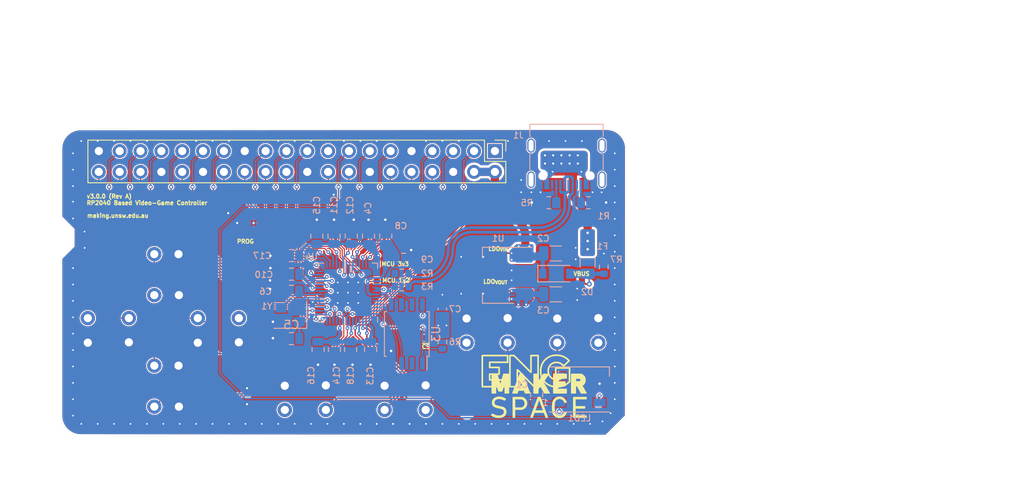
<source format=kicad_pcb>
(kicad_pcb (version 20211014) (generator pcbnew)
  (title_block (title "More Than A Game Controller") (date "2022-07-15") (rev "3.5.0") (company "Michael W. Lloyd"))
  (layers (0 "F.Cu" mixed "TOP") (1 "In1.Cu" power "3V3") (2 "In2.Cu" power "GND") (31 "B.Cu" mixed "BOTTOM") (34 "B.Paste" user "BOTTOM_SOLDERPASTE") (35 "F.Paste" user "TOP_SOLDERPASTE") (36 "B.SilkS" user "BOTTOM_SILKSCREEN") (37 "F.SilkS" user "TOP_SILKSCREEN") (38 "B.Mask" user "BOTTOM_SOLDERMASK") (39 "F.Mask" user "TOP_SOLDERMASK") (44 "Edge.Cuts" user))
  (property "--x" "→")
  (property "Delta" "Δ")
  (property "MR" "MΩ")
  (property "O" "Ω")
  (property "R" "Ω")
  (property "VERSION" "1.0.0")
  (property "alpha" "α")
  (property "beta" "β")
  (property "delta" "δ")
  (property "diameter" "⌀")
  (property "footnote" "†")
  (property "frog" "🐸")
  (property "kR" "kΩ")
  (property "mR" "mΩ")
  (property "mu" "μ")
  (property "pi" "π")
  (property "uF" "μF")
  (property "uH" "μH")
  (property "uf" "μF")
  (property "uh" "μH")
  (property "x--" "←")
  (net 0 "")
  (net 1 "+3V3")
  (net 2 "VBUS")
  (net 3 "Net-(J1-PadA5)")
  (net 5 "+1V2")
  (net 6 "GND")
  (net 7 "/LDO_{VIN}")
  (net 8 "/USB_{DATA}+")
  (net 9 "/USB_{DATA}-")
  (net 10 "/LED_{DI}")
  (net 11 "/D-")
  (net 12 "/D+")
  (net 13 "/~{CS}")
  (net 14 "/SD1")
  (net 15 "/SD2")
  (net 16 "/SD0")
  (net 17 "/SCK")
  (net 18 "/SD3")
  (net 19 "/USB_VBUS")
  (net 21 "Net-(U4-Pad26)")
  (net 22 "Net-(U4-Pad24)")
  (net 23 "Net-(U4-Pad25)")
  (net 24 "/$.GPIO2")
  (net 25 "/$.GPIO3")
  (net 26 "/$.GPIO4")
  (net 27 "/$.GPIO17")
  (net 28 "/$.GPIO14")
  (net 29 "/$.GPIO15")
  (net 30 "/$.GPIO16")
  (net 31 "/$.GPIO18")
  (net 32 "/$.GPIO19")
  (net 33 "/$.GPIO20")
  (net 34 "/$.GPIO10")
  (net 35 "/$.GPIO9")
  (net 36 "/$.GPIO21")
  (net 37 "/$.GPIO11")
  (net 38 "/$.GPIO8")
  (net 39 "/$.GPIO7")
  (net 40 "/$.GPIO1")
  (net 41 "/$.GPIO5")
  (net 42 "/$.GPIO6")
  (net 43 "/$.GPIO12")
  (net 44 "/$.GPIO13")
  (net 45 "/$.GPIO22")
  (net 46 "/$.GPIO24")
  (net 47 "/$.GPIO25")
  (net 48 "/$.GPIO26")
  (net 49 "/$.GPIO27")
  (net 50 "Net-(C5-Pad1)")
  (net 51 "Net-(C6-Pad1)")
  (net 54 "Net-(J1-PadB5)")
  (net 55 "/GPIO[15]{slash}RXD0")
  (net 56 "/$.GPIO0")
  (net 57 "/$.GPIO23")
  (net 58 "/GPIO[18]{slash}PCM.CLK")
  (footprint "0:Testpoint_Custom" (layer "F.Cu") (at 155.5 88.5)
    (fp_text reference "TP5" hide)
    (fp_text value "LED DATA" hide)
  )
  (footprint "0:SW_TSC016XXXXXXX_4.5x3.0_H2.75" (layer "F.Cu") (at 153 79.6)
    (fp_text reference "SW6" hide)
    (fp_text value "SW_Push" hide)
  )
  (footprint "0:Testpoint_Custom" (layer "F.Cu") (at 128.5 73.5)
    (fp_text reference "TP2" hide)
    (fp_text value "MCU 1v2")
  )
  (footprint "0:Testpoint_Custom" (layer "F.Cu") (at 111.5 67.5)
    (fp_text reference "TP4" hide)
    (fp_text value "SWCLK" hide)
  )
  (footprint "0:Testpoint_Custom" (layer "F.Cu") (at 143.5 70.5)
    (fp_text reference "TP10" hide)
    (fp_text value "LDO_{VIN}")
  )
  (footprint "0:SW_TSC016XXXXXXX_4.5x3.0_H2.75" (layer "F.Cu") (at 102.9 72.8 -90)
    (fp_text reference "SW5" hide)
    (fp_text value "SW_Push" hide)
  )
  (footprint "0:Testpoint_Custom" (layer "F.Cu") (at 112.5 67.5)
    (fp_text reference "TP6" hide)
    (fp_text value "SWD" hide)
  )
  (footprint "0:Testpoint_Custom" (layer "F.Cu") (at 143.5 74.5)
    (fp_text reference "TP9" hide)
    (fp_text value "LDO_{VOUT}")
  )
  (footprint "0:Testpoint_Custom" (layer "F.Cu") (at 111.5 66.5)
    (fp_text reference "TP7" hide)
    (fp_text value "RUN_GND" hide)
  )
  (footprint "Fiducial:Fiducial_1mm_Mask2mm" (layer "F.Cu") (at 141.4 65.5)
    (fp_text reference "FID3" hide)
    (fp_text value "1,0" hide)
  )
  (footprint "0:SW_TSC016XXXXXXX_4.5x3.0_H2.75" (layer "F.Cu") (at 102.9 86.4 -90)
    (fp_text reference "SW1" hide)
    (fp_text value "SW_Push" hide)
  )
  (footprint "0:Testpoint_Custom" (layer "F.Cu") (at 128.5 71.5)
    (fp_text reference "TP1" hide)
    (fp_text value "MCU 3v3")
  )
  (footprint "0:eng_maker_space_ss" (layer "F.Cu") (at 141.36165 82.656351)
    (fp_text reference "REF**" hide)
    (fp_text value "eng_maker_space_ss" hide)
  )
  (footprint "Fiducial:Fiducial_1mm_Mask2mm" (layer "F.Cu") (at 139.5 89.5)
    (fp_text reference "FID2" hide)
    (fp_text value "0,0" hide)
  )
  (footprint "0:SW_TSC016XXXXXXX_4.5x3.0_H2.75" (layer "F.Cu") (at 131.96 87.8)
    (fp_text reference "SW2" hide)
    (fp_text value "SW_Push" hide)
  )
  (footprint "0:SW_TSC016XXXXXXX_4.5x3.0_H2.75" (layer "F.Cu") (at 119.8 87.8)
    (fp_text reference "SW8" hide)
    (fp_text value "SW_Push" hide)
  )
  (footprint "0:Testpoint_Custom" (layer "F.Cu") (at 153.5 73.5)
    (fp_text reference "TP8" hide)
    (fp_text value "VBUS")
  )
  (footprint "0:SW_TSC016XXXXXXX_4.5x3.0_H2.75" (layer "F.Cu") (at 95.8 79.6 180)
    (fp_text reference "SW3" hide)
    (fp_text value "SW_Push" hide)
  )
  (footprint "0:SW_TSC016XXXXXXX_4.5x3.0_H2.75" (layer "F.Cu") (at 109.2 79.6 180)
    (fp_text reference "SW7" hide)
    (fp_text value "SW_Push" hide)
  )
  (footprint "0:SW_TSC016XXXXXXX_4.5x3.0_H2.75" (layer "F.Cu") (at 141.95 79.6)
    (fp_text reference "SW4" hide)
    (fp_text value "SW_Push" hide)
  )
  (footprint "0:Testpoint_Custom" (layer "F.Cu") (at 113.5 66.5)
    (fp_text reference "TP11" hide)
    (fp_text value "SWD_3V3" hide)
  )
  (footprint "0:Testpoint_Custom" (layer "F.Cu") (at 134.5 80.5)
    (fp_text reference "TP12" hide)
    (fp_text value "~{CS}")
  )
  (footprint "0:Testpoint_Custom" (layer "F.Cu") (at 112.5 66.5)
    (fp_text reference "TP3" hide)
    (fp_text value "RUN" hide)
  )
  (footprint "Fiducial:Fiducial_1mm_Mask2mm" (layer "F.Cu") (at 103.8 80.25)
    (fp_text reference "FID1" hide)
    (fp_text value "0,1" hide)
  )
  (footprint "Connector_PinHeader_2.54mm:PinHeader_2x20_P2.54mm_Vertical" (layer "F.Cu") (at 142.9 57.725 -90)
    (fp_text reference "J3" hide)
    (fp_text value "RBP_GPIO_CONN")
  )
  (footprint "Resistor_SMD:R_0603_1608Metric" (layer "B.Cu") (at 131.55 74.25 180)
    (fp_text reference "R3")
    (fp_text value "27Ω")
  )
  (footprint "Diode_SMD:D_SOD-123" (layer "B.Cu") (at 150.38 72.68)
    (fp_text reference "D2")
    (fp_text value "MBR0540")
  )
  (footprint "Package_TO_SOT_SMD:SOT-223-3_TabPin2" (layer "B.Cu") (at 143.29 72.88 180)
    (fp_text reference "U1")
    (fp_text value "SPX2920M3-3.3_SOT223")
  )
  (footprint "Resistor_SMD:R_0603_1608Metric" (layer "B.Cu") (at 131.55 72.65 180)
    (fp_text reference "R2")
    (fp_text value "27Ω")
  )
  (footprint "Capacitor_SMD:C_0603_1608Metric" (layer "B.Cu") (at 136.5 77 90)
    (fp_text reference "C7")
    (fp_text value "100nF")
  )
  (footprint "0:FLASH-SOIC-8" (layer "B.Cu") (at 132.160001 80.032167 90)
    (fp_text reference "U3")
    (fp_text value "W25Q32JVZP")
  )
  (footprint "Capacitor_SMD:C_0805_2012Metric" (layer "B.Cu") (at 123.340188 81.932082 -90)
    (fp_text reference "C14")
    (fp_text value "100nF")
  )
  (footprint "Capacitor_SMD:C_0805_2012Metric" (layer "B.Cu") (at 125.320087 81.932082 -90)
    (fp_text reference "C18")
    (fp_text value "100nF")
  )
  (footprint "LED_SMD:LED_WS2812B_PLCC4_5.0x5.0mm_P3.2mm" (layer "B.Cu") (at 153.2 86.8)
    (fp_text reference "LED1")
    (fp_text value "WS2812B")
  )
  (footprint "Capacitor_SMD:C_0805_2012Metric" (layer "B.Cu") (at 123.3 68.1 90)
    (fp_text reference "C11")
    (fp_text value "1μF")
  )
  (footprint "Capacitor_SMD:C_0805_2012Metric" (layer "B.Cu") (at 121.2 68.1 90)
    (fp_text reference "C15")
    (fp_text value "100nF")
  )
  (footprint "Capacitor_SMD:C_0805_2012Metric" (layer "B.Cu") (at 118.1 74.84 180)
    (fp_text reference "C6")
    (fp_text value "14pF")
  )
  (footprint "Crystal:Crystal_SMD_3225-4Pin_3.2x2.5mm" (layer "B.Cu") (at 117.966177 77.689441 180)
    (fp_text reference "Y1")
    (fp_text value "X322512MMB4SI")
  )
  (footprint "Capacitor_SMD:C_0805_2012Metric" (layer "B.Cu") (at 118.1 80.6 180)
    (fp_text reference "C5")
    (fp_text value "14pF")
  )
  (footprint "Capacitor_SMD:C_0805_2012Metric" (layer "B.Cu") (at 131.760003 70.932167)
    (fp_text reference "C9")
    (fp_text value "100nF")
  )
  (footprint "Resistor_SMD:R_0603_1608Metric" (layer "B.Cu") (at 136.5 81 90)
    (fp_text reference "R6")
    (fp_text value "10kΩ")
  )
  (footprint "Capacitor_SMD:C_1206_3216Metric" (layer "B.Cu") (at 150.33 75.2)
    (fp_text reference "C3")
    (fp_text value "10μF")
  )
  (footprint "Capacitor_SMD:C_1206_3216Metric" (layer "B.Cu") (at 150.319999 70.22)
    (fp_text reference "C2")
    (fp_text value "10μF")
  )
  (footprint "Resistor_SMD:R_0603_1608Metric" (layer "B.Cu") (at 156.17 71.865 -90)
    (fp_text reference "R7")
    (fp_text value "10kΩ")
  )
  (footprint "Resistor_SMD:R_0805_2012Metric" (layer "B.Cu") (at 149.46 64.03 180)
    (fp_text reference "R5")
    (fp_text value "5.1kΩ")
  )
  (footprint "Capacitor_SMD:C_0805_2012Metric" (layer "B.Cu") (at 118.107598 70.476952 180)
    (fp_text reference "C17")
    (fp_text value "100nF")
  )
  (footprint "Capacitor_SMD:C_0805_2012Metric" (layer "B.Cu") (at 147.99 87.45 90)
    (fp_text reference "C1")
    (fp_text value "1μF")
  )
  (footprint "Capacitor_SMD:C_0805_2012Metric" (layer "B.Cu") (at 118.107598 72.739694 180)
    (fp_text reference "C10")
    (fp_text value "100nF")
  )
  (footprint "Package_DFN_QFN:QFN-56-1EP_7x7mm_P0.4mm_EP3.2x3.2mm" (layer "B.Cu") (at 125 75 90)
    (fp_text reference "U4")
    (fp_text value "RP2040")
  )
  (footprint "Connector_USB:USB_C_Receptacle_Palconn_UTC16-G" (layer "B.Cu") (at 151.625 59.3)
    (fp_text reference "J1")
    (fp_text value "MC-307")
  )
  (footprint "Fuse:Fuse_1206_3216Metric" (layer "B.Cu") (at 154.19 71.29 -90)
    (fp_text reference "F1")
    (fp_text value "6V, 1.5A")
  )
  (footprint "Resistor_SMD:R_0805_2012Metric" (layer "B.Cu") (at 154.29 64.03)
    (fp_text reference "R1")
    (fp_text value "5.1kΩ")
  )
  (footprint "Capacitor_SMD:C_0805_2012Metric" (layer "B.Cu") (at 125.4 68.1 90)
    (fp_text reference "C12")
    (fp_text value "100nF")
  )
  (footprint "Capacitor_SMD:C_0805_2012Metric" (layer "B.Cu") (at 127.760003 81.929685 -90)
    (fp_text reference "C13")
    (fp_text value "100nF")
  )
  (footprint "Capacitor_SMD:C_0805_2012Metric" (layer "B.Cu") (at 121.360289 81.932082 -90)
    (fp_text reference "C16")
    (fp_text value "100nF")
  )
  (footprint "Capacitor_SMD:C_0805_2012Metric" (layer "B.Cu") (at 127.5 68.1 90)
    (fp_text reference "C4")
    (fp_text value "1μF")
  )
  (footprint "Capacitor_SMD:C_0805_2012Metric" (layer "B.Cu") (at 129.6 68.1 90)
    (fp_text reference "C8")
    (fp_text value "1μF")
  )
  (gr_arc (start 156.492588 54.967588) (mid 158.225 55.685176) (end 158.942588 57.417588) (layer "Edge.Cuts") (width 0.01))
  (gr_arc (start 92.45 92.45) (mid 90.717588 91.732412) (end 90 90) (layer "Edge.Cuts") (width 0.01))
  (gr_line (start 90 70.8) (end 91.5 69.3) (layer "Edge.Cuts") (width 0.01))
  (gr_line (start 90 70.8) (end 90 90) (layer "Edge.Cuts") (width 0.01))
  (gr_line (start 90 65.8) (end 91.5 67.3) (layer "Edge.Cuts") (width 0.01))
  (gr_line (start 92.450001 55) (end 156.492588 54.967588) (layer "Edge.Cuts") (width 0.01))
  (gr_arc (start 90.000001 57.45) (mid 90.717589 55.717588) (end 92.450001 55) (layer "Edge.Cuts") (width 0.01))
  (gr_line (start 90.000001 57.45) (end 90.000001 65.8) (layer "Edge.Cuts") (width 0.01))
  (gr_line (start 158.917588 90.067588) (end 156.467588 92.517588) (layer "Edge.Cuts") (width 0.01))
  (gr_line (start 91.5 67.3) (end 91.5 69.3) (layer "Edge.Cuts") (width 0.01))
  (gr_line (start 92.45 92.45) (end 156.467588 92.517588) (layer "Edge.Cuts") (width 0.01))
  (gr_line (start 158.917588 90.067588) (end 158.942588 57.417588) (layer "Edge.Cuts") (width 0.01))
  (gr_text "v3.0.0 (Rev A)\nRP2040 Based Video-Game Controller" (at 93.1 63.65) (layer "F.SilkS") (effects (font (size 0.5 0.5) (thickness 0.125)) (justify left)))
  (gr_text "making.unsw.edu.au" (at 93.15 65.6) (layer "F.SilkS") (effects (font (size 0.5 0.5) (thickness 0.125)) (justify left)))
  (gr_text "PROG" (at 112.5 68.75) (layer "F.SilkS") (effects (font (size 0.5 0.5) (thickness 0.125))))
  (segment (start 143.5 74.5) (end 143.78 74.78) (width 0.1778) (layer "F.Cu") (net 1))
  (segment (start 143.78 74.78) (end 144.94 74.78) (width 0.1778) (layer "F.Cu") (net 1))
  (segment (start 128.7 71.3) (end 128.5 71.5) (width 0.1778) (layer "F.Cu") (net 1))
  (segment (start 128.7 70.45) (end 128.7 71.3) (width 0.1778) (layer "F.Cu") (net 1))
  (via (at 144.94 74.78) (size 0.46) (drill 0.2) (layers "F.Cu" "B.Cu") (net 1))
  (via (at 122.9 74.8) (size 0.46) (drill 0.2) (layers "F.Cu" "B.Cu") (net 1))
  (via (at 129.35 74.6) (size 0.46) (drill 0.2) (layers "F.Cu" "B.Cu") (net 1))
  (via (at 128.7 70.45) (size 0.46) (drill 0.2) (layers "F.Cu" "B.Cu") (net 1))
  (via (at 150.75 89.5) (size 0.6) (drill 0.3) (layers "F.Cu" "B.Cu") (net 1))
  (via (at 124.000004 72.4) (size 0.46) (drill 0.2) (layers "F.Cu" "B.Cu") (net 1))
  (via (at 123.993487 79.3) (size 0.46) (drill 0.2) (layers "F.Cu" "B.Cu") (net 1))
  (via (at 146.7 76.45) (size 0.46) (drill 0.2) (layers "F.Cu" "B.Cu") (net 1))
  (via (at 137 79) (size 0.46) (drill 0.2) (layers "F.Cu" "B.Cu") (net 1))
  (via (at 145.75 76.45) (size 0.46) (drill 0.2) (layers "F.Cu" "B.Cu") (net 1))
  (via (at 136 79) (size 0.46) (drill 0.2) (layers "F.Cu" "B.Cu") (net 1))
  (via (at 134.1 77.79) (size 0.46) (drill 0.2) (layers "F.Cu" "B.Cu") (net 1))
  (via (at 144.94 75.78) (size 0.46) (drill 0.2) (layers "F.Cu" "B.Cu") (net 1))
  (via (at 113.5 66.5) (size 0.508) (drill 0.254) (layers "F.Cu" "B.Cu") (net 1))
  (segment (start 145.84 75.78) (end 146.44 75.18) (width 0.508) (layer "B.Cu") (net 1))
  (segment (start 127.95 79.25) (end 127.75 79.05) (width 0.3556) (layer "B.Cu") (net 1))
  (segment (start 122.9 74.8) (end 121.562503 74.799999) (width 0.2) (layer "B.Cu") (net 1))
  (segment (start 123.993487 79.3) (end 123.993487 80.156513) (width 0.3556) (layer "B.Cu") (net 1))
  (segment (start 145.75 76.45) (end 145.75 75.87) (width 0.508) (layer "B.Cu") (net 1))
  (segment (start 150.75 88.4) (end 150.75 89.5) (width 0.1778) (layer "B.Cu") (net 1))
  (segment (start 146.299999 75.465) (end 146.299999 75.320001) (width 0.127) (layer "B.Cu") (net 1))
  (segment (start 146.7 76.45) (end 146.7 75.725) (width 0.508) (layer "B.Cu") (net 1))
  (segment (start 128.437502 74.587502) (end 128.437502 74.399998) (width 0.2) (layer "B.Cu") (net 1))
  (segment (start 146.04 74.78) (end 146.44 75.18) (width 0.508) (layer "B.Cu") (net 1))
  (segment (start 121.2 69.05) (end 121.227211 69.022789) (width 0.381) (layer "B.Cu") (net 1))
  (segment (start 119.057598 70.092402) (end 120.1 69.05) (width 0.3556) (layer "B.Cu") (net 1))
  (segment (start 129.337502 74.587502) (end 129.35 74.6) (width 0.2) (layer "B.Cu") (net 1))
  (segment (start 144.94 75.78) (end 145.84 75.78) (width 0.508) (layer "B.Cu") (net 1))
  (segment (start 146.299999 75.320001) (end 146.439999 75.180001) (width 0.127) (layer "B.Cu") (net 1))
  (segment (start 127.75 79.05) (end 127.6 78.9) (width 0.1778) (layer "B.Cu") (net 1))
  (segment (start 125.322484 80.979685) (end 125.320087 80.982082) (width 0.3556) (layer "B.Cu") (net 1))
  (segment (start 128.437502 74.8) (end 128.437502 74.587502) (width 0.2) (layer "B.Cu") (net 1))
  (segment (start 123.993487 80.156513) (end 123.340188 80.809812) (width 0.3556) (layer "B.Cu") (net 1))
  (segment (start 147.99 88.4) (end 150.75 88.4) (width 0.254) (layer "B.Cu") (net 1))
  (segment (start 121.360289 80.982082) (end 125.320087 80.982082) (width 0.3556) (layer "B.Cu") (net 1))
  (segment (start 121.360289 80.982082) (end 127.754217 80.982082) (width 0.508) (layer "B.Cu") (net 1))
  (segment (start 127.5 69.05) (end 128.558578 70.108578) (width 0.1778) (layer "B.Cu") (net 1))
  (segment (start 127.6 78.9) (end 127.6 78.4375) (width 0.1778) (layer "B.Cu") (net 1))
  (segment (start 127.760003 80.289997) (end 127.95 80.1) (width 0.3556) (layer "B.Cu") (net 1))
  (segment (start 119.057598 70.476952) (end 119.057598 70.092402) (width 0.3556) (layer "B.Cu") (net 1))
  (segment (start 146.39 75.23) (end 146.439999 75.180001) (width 0.508) (layer "B.Cu") (net 1))
  (segment (start 123.340188 80.809812) (end 123.340188 80.982082) (width 0.3556) (layer "B.Cu") (net 1))
  (segment (start 120.1 69.05) (end 121.2 69.05) (width 0.3556) (layer "B.Cu") (net 1))
  (segment (start 123.993487 79.3) (end 124.000005 79.293482) (width 0.2) (layer "B.Cu") (net 1))
  (segment (start 129.35 74.6) (end 129.300004 74.550004) (width 0.127) (layer "B.Cu") (net 1))
  (segment (start 127.95 80.1) (end 127.95 79.25) (width 0.3556) (layer "B.Cu") (net 1))
  (segment (start 144.94 74.78) (end 146.04 74.78) (width 0.508) (layer "B.Cu") (net 1))
  (segment (start 134.1 77.79) (end 134.1 76.467166) (width 0.254) (layer "B.Cu") (net 1))
  (segment (start 127.760003 80.979685) (end 127.760003 80.289997) (width 0.3556) (layer "B.Cu") (net 1))
  (segment (start 129.300004 74.550004) (end 129.300004 74.432167) (width 0.127) (layer "B.Cu") (net 1))
  (segment (start 146.439999 75.180001) (end 148.835001 75.180001) (width 0.8) (layer "B.Cu") (net 1))
  (segment (start 127.472789 69.022789) (end 127.5 69.05) (width 0.381) (layer "B.Cu") (net 1))
  (segment (start 128.437502 74.587502) (end 129.337502 74.587502) (width 0.2) (layer "B.Cu") (net 1))
  (segment (start 124.000005 79.293482) (end 124.000005 78.437501) (width 0.2) (layer "B.Cu") (net 1))
  (segment (start 121.227211 69.022789) (end 127.472789 69.022789) (width 0.381) (layer "B.Cu") (net 1))
  (segment (start 145.75 75.87) (end 146.44 75.18) (width 0.508) (layer "B.Cu") (net 1))
  (segment (start 147.04 75.78) (end 146.44 75.18) (width 0.508) (layer "B.Cu") (net 1))
  (segment (start 148.835001 75.180001) (end 148.855 75.2) (width 0.8) (layer "B.Cu") (net 1))
  (segment (start 127.760003 80.979685) (end 125.322484 80.979685) (width 0.3556) (layer "B.Cu") (net 1))
  (segment (start 124.000003 71.562499) (end 124.000004 72.4) (width 0.2) (layer "B.Cu") (net 1))
  (segment (start 128.4375 72.8) (end 128.4375 72.4) (width 0.2) (layer "B.Cu") (net 1))
  (segment (start 134.1 76.467166) (end 134.065001 76.432167) (width 0.254) (layer "B.Cu") (net 1))
  (arc (start 127.754217 80.982082) (mid 127.757348 80.981459) (end 127.760003 80.979685) (width 0.508) (layer "B.Cu") (net 1))
  (arc (start 128.558578 70.108578) (mid 128.663245 70.265224) (end 128.7 70.45) (width 0.1778) (layer "B.Cu") (net 1))
  (segment (start 153.95 73.95) (end 154.4 73.95) (width 0.2) (layer "F.Cu") (net 2))
  (segment (start 153.5 73.5) (end 153.95 73.95) (width 0.2) (layer "F.Cu") (net 2))
  (via (at 154.4 73.95) (size 0.6) (drill 0.3) (layers "F.Cu" "B.Cu") (net 2))
  (segment (start 154.19 72.69) (end 152.346568 72.69) (width 1) (layer "B.Cu") (net 2))
  (segment (start 154.18 72.68) (end 154.19 72.69) (width 0.381) (layer "B.Cu") (net 2))
  (segment (start 152.03 72.68) (end 154.18 72.68) (width 0.381) (layer "B.Cu") (net 2))
  (segment (start 154.4 73.95) (end 154.4 73.196984) (width 0.2) (layer "B.Cu") (net 2))
  (segment (start 154.19 72.69) (end 156.025858 72.69) (width 0.508) (layer "B.Cu") (net 2))
  (segment (start 154.19 72.69) (end 156.17 72.69) (width 0.381) (layer "B.Cu") (net 2))
  (arc (start 152.346568 72.69) (mid 152.294306 72.679604) (end 152.25 72.65) (width 1) (layer "B.Cu") (net 2))
  (arc (start 156.025858 72.69) (mid 156.038923 72.692599) (end 156.05 72.7) (width 0.508) (layer "B.Cu") (net 2))
  (arc (start 154.4 73.196984) (mid 154.345423 72.922606) (end 154.19 72.69) (width 0.2) (layer "B.Cu") (net 2))
  (segment (start 150.3725 64.03) (end 150.3725 61.8125) (width 0.254) (layer "B.Cu") (net 3))
  (segment (start 150.3725 61.8125) (end 150.375 61.81) (width 0.254) (layer "B.Cu") (net 3))
  (segment (start 128.367833 73.632167) (end 128.5 73.5) (width 0.127) (layer "F.Cu") (net 5))
  (segment (start 127.4 73.632167) (end 128.367833 73.632167) (width 0.127) (layer "F.Cu") (net 5))
  (via (at 127.4 73.632167) (size 0.46) (drill 0.2) (layers "F.Cu" "B.Cu") (net 5))
  (via (at 120.680003 74.399999) (size 0.46) (drill 0.2) (layers "F.Cu" "B.Cu") (net 5))
  (segment (start 127.8 73.2) (end 128.4375 73.2) (width 0.2) (layer "B.Cu") (net 5))
  (segment (start 119.089694 72.739694) (end 120.680003 74.330003) (width 0.3556) (layer "B.Cu") (net 5))
  (segment (start 127.5 73.35) (end 127.543934 73.306066) (width 0.3556) (layer "B.Cu") (net 5))
  (segment (start 127.4 73.632167) (end 127.4 74.737868) (width 0.3556) (layer "B.Cu") (net 5))
  (segment (start 121.562502 74.399999) (end 120.680003 74.399999) (width 0.2) (layer "B.Cu") (net 5))
  (segment (start 127.791421 75.2) (end 128.4375 75.2) (width 0.2) (layer "B.Cu") (net 5))
  (segment (start 127.4 73.632167) (end 127.4 73.591421) (width 0.3556) (layer "B.Cu") (net 5))
  (segment (start 119.057598 72.739694) (end 119.089694 72.739694) (width 0.3556) (layer "B.Cu") (net 5))
  (segment (start 120.680003 74.330003) (end 120.680003 74.399999) (width 0.3556) (layer "B.Cu") (net 5))
  (arc (start 127.55 75.1) (mid 127.660765 75.174011) (end 127.791421 75.2) (width 0.3556) (layer "B.Cu") (net 5))
  (arc (start 127.4 73.591421) (mid 127.425989 73.460765) (end 127.5 73.35) (width 0.3556) (layer "B.Cu") (net 5))
  (arc (start 127.543934 73.306066) (mid 127.661418 73.227566) (end 127.8 73.2) (width 0.3556) (layer "B.Cu") (net 5))
  (arc (start 127.4 74.737868) (mid 127.438984 74.933852) (end 127.55 75.1) (width 0.3556) (layer "B.Cu") (net 5))
  (via (at 157.5 80) (size 0.46) (drill 0.2) (layers "F.Cu" "B.Cu") (net 6))
  (via (at 130.5 91) (size 0.46) (drill 0.2) (layers "F.Cu" "B.Cu") (net 6))
  (via (at 130.25 82.1) (size 0.6) (drill 0.3) (layers "F.Cu" "B.Cu") (net 6))
  (via (at 157.5 76) (size 0.46) (drill 0.2) (layers "F.Cu" "B.Cu") (net 6))
  (via (at 91.5 88) (size 0.46) (drill 0.2) (layers "F.Cu" "B.Cu") (net 6))
  (via (at 118.5 56.5) (size 0.46) (drill 0.2) (layers "F.Cu" "B.Cu") (net 6))
  (via (at 91.5 62) (size 0.46) (drill 0.2) (layers "F.Cu" "B.Cu") (net 6))
  (via (at 108.5 91) (size 0.46) (drill 0.2) (layers "F.Cu" "B.Cu") (net 6))
  (via (at 115.55 72) (size 0.6) (drill 0.3) (layers "F.Cu" "B.Cu") (net 6))
  (via (at 136.5 75.25) (size 0.46) (drill 0.2) (layers "F.Cu" "B.Cu") (net 6))
  (via (at 157.5 68) (size 0.46) (drill 0.2) (layers "F.Cu" "B.Cu") (net 6))
  (via (at 126.5 56.5) (size 0.46) (drill 0.2) (layers "F.Cu" "B.Cu") (net 6))
  (via (at 91.5 74) (size 0.46) (drill 0.2) (layers "F.Cu" "B.Cu") (net 6))
  (via (at 152.74 69.53) (size 0.46) (drill 0.2) (layers "F.Cu" "B.Cu") (net 6))
  (via (at 157.5 64) (size 0.46) (drill 0.2) (layers "F.Cu" "B.Cu") (net 6))
  (via (at 130.5 91) (size 0.46) (drill 0.2) (layers "F.Cu" "B.Cu") (net 6))
  (via (at 91.5 80) (size 0.46) (drill 0.2) (layers "F.Cu" "B.Cu") (net 6))
  (via (at 156 90.7) (size 0.46) (drill 0.2) (layers "F.Cu" "B.Cu") (net 6))
  (via (at 126.25 76.25) (size 0.46) (drill 0.2) (layers "F.Cu" "B.Cu") (net 6))
  (via (at 102.5 91) (size 0.46) (drill 0.2) (layers "F.Cu" "B.Cu") (net 6))
  (via (at 91.5 63.9) (size 0.46) (drill 0.2) (layers "F.Cu" "B.Cu") (net 6))
  (via (at 92.5 56.5) (size 0.46) (drill 0.2) (layers "F.Cu" "B.Cu") (net 6))
  (via (at 100.5 56.5) (size 0.46) (drill 0.2) (layers "F.Cu" "B.Cu") (net 6))
  (via (at 114.5 91) (size 0.46) (drill 0.2) (layers "F.Cu" "B.Cu") (net 6))
  (via (at 123.75 73.75) (size 0.46) (drill 0.2) (layers "F.Cu" "B.Cu") (net 6))
  (via (at 91.5 82) (size 0.46) (drill 0.2) (layers "F.Cu" "B.Cu") (net 6))
  (via (at 125 76.25) (size 0.46) (drill 0.2) (layers "F.Cu" "B.Cu") (net 6))
  (via (at 100.5 91) (size 0.46) (drill 0.2) (layers "F.Cu" "B.Cu") (net 6))
  (via (at 96.5 91) (size 0.46) (drill 0.2) (layers "F.Cu" "B.Cu") (net 6))
  (via (at 148.5 91) (size 0.46) (drill 0.2) (layers "F.Cu" "B.Cu") (net 6))
  (via (at 94.5 56.5) (size 0.46) (drill 0.2) (layers "F.Cu" "B.Cu") (net 6))
  (via (at 150.5 91) (size 0.46) (drill 0.2) (layers "F.Cu" "B.Cu") (net 6))
  (via (at 124.5 91) (size 0.46) (drill 0.2) (layers "F.Cu" "B.Cu") (net 6))
  (via (at 96.5 56.5) (size 0.46) (drill 0.2) (layers "F.Cu" "B.Cu") (net 6))
  (via (at 91.5 65.95) (size 0.46) (drill 0.2) (layers "F.Cu" "B.Cu") (net 6))
  (via (at 136.5 56.5) (size 0.46) (drill 0.2) (layers "F.Cu" "B.Cu") (net 6))
  (via (at 132.5 91) (size 0.46) (drill 0.2) (layers "F.Cu" "B.Cu") (net 6))
  (via (at 115.5 74.55) (size 0.6) (drill 0.3) (layers "F.Cu" "B.Cu") (net 6))
  (via (at 94.5 91) (size 0.46) (drill 0.2) (layers "F.Cu" "B.Cu") (net 6))
  (via (at 154.8 62.75) (size 0.46) (drill 0.2) (layers "F.Cu" "B.Cu") (net 6))
  (via (at 125.7 66.1) (size 0.6) (drill 0.3) (layers "F.Cu" "B.Cu") (net 6))
  (via (at 127.5 66.1) (size 0.6) (drill 0.3) (layers "F.Cu" "B.Cu") (net 6))
  (via (at 147.35 62.75) (size 0.46) (drill 0.2) (layers "F.Cu" "B.Cu") (net 6))
  (via (at 128.5 91) (size 0.46) (drill 0.2) (layers "F.Cu" "B.Cu") (net 6))
  (via (at 111.5 66.5) (size 0.508) (drill 0.254) (layers "F.Cu" "B.Cu") (net 6))
  (via (at 121.2 66.1) (size 0.6) (drill 0.3) (layers "F.Cu" "B.Cu") (net 6))
  (via (at 92.9 67.549999) (size 0.46) (drill 0.2) (layers "F.Cu" "B.Cu") (net 6))
  (via (at 128.5 91) (size 0.46) (drill 0.2) (layers "F.Cu" "B.Cu") (net 6))
  (via (at 123.35 83.782167) (size 0.6) (drill 0.3) (layers "F.Cu" "B.Cu") (net 6))
  (via (at 116.5 91) (size 0.46) (drill 0.2) (layers "F.Cu" "B.Cu") (net 6))
  (via (at 125 73.75) (size 0.46) (drill 0.2) (layers "F.Cu" "B.Cu") (net 6))
  (via (at 138.5 56.5) (size 0.46) (drill 0.2) (layers "F.Cu" "B.Cu") (net 6))
  (via (at 157.5 60) (size 0.46) (drill 0.2) (layers "F.Cu" "B.Cu") (net 6))
  (via (at 128.5 56.5) (size 0.46) (drill 0.2) (layers "F.Cu" "B.Cu") (net 6))
  (via (at 126.5 91) (size 0.46) (drill 0.2) (layers "F.Cu" "B.Cu") (net 6))
  (via (at 152.5 91) (size 0.46) (drill 0.2) (layers "F.Cu" "B.Cu") (net 6))
  (via (at 106.5 91) (size 0.46) (drill 0.2) (layers "F.Cu" "B.Cu") (net 6))
  (via (at 127.750004 83.782167) (size 0.6) (drill 0.3) (layers "F.Cu" "B.Cu") (net 6))
  (via (at 126.5 91) (size 0.46) (drill 0.2) (layers "F.Cu" "B.Cu") (net 6))
  (via (at 148.45 62.75) (size 0.46) (drill 0.2) (layers "F.Cu" "B.Cu") (net 6))
  (via (at 130.5 91) (size 0.46) (drill 0.2) (layers "F.Cu" "B.Cu") (net 6))
  (via (at 130.5 91) (size 0.46) (drill 0.2) (layers "F.Cu" "B.Cu") (net 6))
  (via (at 123.75 75) (size 0.46) (drill 0.2) (layers "F.Cu" "B.Cu") (net 6))
  (via (at 132.7 69.8) (size 0.6) (drill 0.3) (layers "F.Cu" "B.Cu") (net 6))
  (via (at 123.3 66.1) (size 0.6) (drill 0.3) (layers "F.Cu" "B.Cu") (net 6))
  (via (at 115.85 78.55) (size 0.6) (drill 0.3) (layers "F.Cu" "B.Cu") (net 6))
  (via (at 92.5 91) (size 0.46) (drill 0.2) (layers "F.Cu" "B.Cu") (net 6))
  (via (at 157.5 72) (size 0.46) (drill 0.2) (layers "F.Cu" "B.Cu") (net 6))
  (via (at 157.5 78) (size 0.46) (drill 0.2) (layers "F.Cu" "B.Cu") (net 6))
  (via (at 146.1 61.25) (size 0.46) (drill 0.2) (layers "F.Cu" "B.Cu") (net 6))
  (via (at 112.7 86.65) (size 0.508) (drill 0.254) (layers "F.Cu" "B.Cu") (net 6))
  (via (at 91.5 76) (size 0.46) (drill 0.2) (layers "F.Cu" "B.Cu") (net 6))
  (via (at 118.5 91) (size 0.46) (drill 0.2) (layers "F.Cu" "B.Cu") (net 6))
  (via (at 110.5 56.5) (size 0.46) (drill 0.2) (layers "F.Cu" "B.Cu") (net 6))
  (via (at 123.25 63.05) (size 0.508) (drill 0.254) (layers "F.Cu" "B.Cu") (net 6))
  (via (at 115.55 70.5) (size 0.6) (drill 0.3) (layers "F.Cu" "B.Cu") (net 6))
  (via (at 155.9 62.75) (size 0.46) (drill 0.2) (layers "F.Cu" "B.Cu") (net 6))
  (via (at 91.5 58) (size 0.46) (drill 0.2) (layers "F.Cu" "B.Cu") (net 6))
  (via (at 98.5 56.5) (size 0.46) (drill 0.2) (layers "F.Cu" "B.Cu") (net 6))
  (via (at 141.49 75.13) (size 0.46) (drill 0.2) (layers "F.Cu" "B.Cu") (net 6))
  (via (at 157.5 84) (size 0.46) (drill 0.2) (layers "F.Cu" "B.Cu") (net 6))
  (via (at 98.5 91) (size 0.46) (drill 0.2) (layers "F.Cu" "B.Cu") (net 6))
  (via (at 132.5 91) (size 0.46) (drill 0.2) (layers "F.Cu" "B.Cu") (net 6))
  (via (at 104.5 91) (size 0.46) (drill 0.2) (layers "F.Cu" "B.Cu") (net 6))
  (via (at 110.5 91) (size 0.46) (drill 0.2) (layers "F.Cu" "B.Cu") (net 6))
  (via (at 152.74 70.93) (size 0.46) (drill 0.2) (layers "F.Cu" "B.Cu") (net 6))
  (via (at 120.5 56.5) (size 0.46) (drill 0.2) (layers "F.Cu" "B.Cu") (net 6))
  (via (at 125.55 83.782167) (size 0.6) (drill 0.3) (layers "F.Cu" "B.Cu") (net 6))
  (via (at 138.79 75.13) (size 0.46) (drill 0.2) (layers "F.Cu" "B.Cu") (net 6))
  (via (at 126.25 73.75) (size 0.46) (drill 0.2) (layers "F.Cu" "B.Cu") (net 6))
  (via (at 152.93 75.9) (size 0.46) (drill 0.2) (layers "F.Cu" "B.Cu") (net 6))
  (via (at 116.5 56.5) (size 0.46) (drill 0.2) (layers "F.Cu" "B.Cu") (net 6))
  (via (at 157.5 70) (size 0.46) (drill 0.2) (layers "F.Cu" "B.Cu") (net 6))
  (via (at 108.5 56.5) (size 0.46) (drill 0.2) (layers "F.Cu" "B.Cu") (net 6))
  (via (at 115.85 80.55) (size 0.6) (drill 0.3) (layers "F.Cu" "B.Cu") (net 6))
  (via (at 126.25 75) (size 0.46) (drill 0.2) (layers "F.Cu" "B.Cu") (net 6))
  (via (at 147.4 64) (size 0.6) (drill 0.3) (layers "F.Cu" "B.Cu") (net 6))
  (via (at 136.5 91) (size 0.46) (drill 0.2) (layers "F.Cu" "B.Cu") (net 6))
  (via (at 121.350004 83.782167) (size 0.6) (drill 0.3) (layers "F.Cu" "B.Cu") (net 6))
  (via (at 122.5 91) (size 0.46) (drill 0.2) (layers "F.Cu" "B.Cu") (net 6))
  (via (at 91.5 78) (size 0.46) (drill 0.2) (layers "F.Cu" "B.Cu") (net 6))
  (via (at 144.94 72.28) (size 0.46) (drill 0.2) (layers "F.Cu" "B.Cu") (net 6))
  (via (at 144.5 56.5) (size 0.46) (drill 0.2) (layers "F.Cu" "B.Cu") (net 6))
  (via (at 155.65 86.1) (size 0.6) (drill 0.3) (layers "F.Cu" "B.Cu") (net 6))
  (via (at 126.5 91) (size 0.46) (drill 0.2) (layers "F.Cu" "B.Cu") (net 6))
  (via (at 141.49 70.63) (size 0.46) (drill 0.2) (layers "F.Cu" "B.Cu") (net 6))
  (via (at 132.5 91) (size 0.46) (drill 0.2) (layers "F.Cu" "B.Cu") (net 6))
  (via (at 125 75) (size 0.46) (drill 0.2) (layers "F.Cu" "B.Cu") (net 6))
  (via (at 149.5 56.5) (size 0.46) (drill 0.2) (layers "F.Cu" "B.Cu") (net 6))
  (via (at 134.5 91) (size 0.46) (drill 0.2) (layers "F.Cu" "B.Cu") (net 6))
  (via (at 91.5 60) (size 0.46) (drill 0.2) (layers "F.Cu" "B.Cu") (net 6))
  (via (at 138.79 70.63) (size 0.46) (drill 0.2) (layers "F.Cu" "B.Cu") (net 6))
  (via (at 91.5 84) (size 0.46) (drill 0.2) (layers "F.Cu" "B.Cu") (net 6))
  (via (at 156.45 64) (size 0.6) (drill 0.3) (layers "F.Cu" "B.Cu") (net 6))
  (via (at 128.5 91) (size 0.46) (drill 0.2) (layers "F.Cu" "B.Cu") (net 6))
  (via (at 91.5 72) (size 0.46) (drill 0.2) (layers "F.Cu" "B.Cu") (net 6))
  (via (at 157.5 88) (size 0.46) (drill 0.2) (layers "F.Cu" "B.Cu") (net 6))
  (via (at 144.94 73.48) (size 0.46) (drill 0.2) (layers "F.Cu" "B.Cu") (net 6))
  (via (at 124.5 91) (size 0.46) (drill 0.2) (layers "F.Cu" "B.Cu") (net 6))
  (via (at 157.5 74) (size 0.46) (drill 0.2) (layers "F.Cu" "B.Cu") (net 6))
  (via (at 157.5 66) (size 0.46) (drill 0.2) (layers "F.Cu" "B.Cu") (net 6))
  (via (at 110.4 65.3) (size 0.508) (drill 0.254) (layers "F.Cu" "B.Cu") (net 6))
  (via (at 157.5 58) (size 0.46) (drill 0.2) (layers "F.Cu" "B.Cu") (net 6))
  (via (at 91.5 90) (size 0.46) (drill 0.2) (layers "F.Cu" "B.Cu") (net 6))
  (via (at 129.55 66.1) (size 0.6) (drill 0.3) (layers "F.Cu" "B.Cu") (net 6))
  (via (at 157.5 82) (size 0.46) (drill 0.2) (layers "F.Cu" "B.Cu") (net 6))
  (via (at 140.5 91) (size 0.46) (drill 0.2) (layers "F.Cu" "B.Cu") (net 6))
  (via (at 128.5 91) (size 0.46) (drill 0.2) (layers "F.Cu" "B.Cu") (net 6))
  (via (at 146.5 91) (size 0.46) (drill 0.2) (layers "F.Cu" "B.Cu") (net 6))
  (via (at 91.5 86) (size 0.46) (drill 0.2) (layers "F.Cu" "B.Cu") (net 6))
  (via (at 151.5 56.5) (size 0.46) (drill 0.2) (layers "F.Cu" "B.Cu") (net 6))
  (via (at 115.5 73.5) (size 0.6) (drill 0.3) (layers "F.Cu" "B.Cu") (net 6))
  (via (at 138.5 91) (size 0.46) (drill 0.2) (layers "F.Cu" "B.Cu") (net 6))
  (via (at 157 89.7) (size 0.46) (drill 0.2) (layers "F.Cu" "B.Cu") (net 6))
  (via (at 152.93 74.5) (size 0.46) (drill 0.2) (layers "F.Cu" "B.Cu") (net 6))
  (via (at 123.75 76.25) (size 0.46) (drill 0.2) (layers "F.Cu" "B.Cu") (net 6))
  (via (at 154.5 91) (size 0.46) (drill 0.2) (layers "F.Cu" "B.Cu") (net 6))
  (via (at 134.5 56.5) (size 0.46) (drill 0.2) (layers "F.Cu" "B.Cu") (net 6))
  (via (at 153.5 56.5) (size 0.46) (drill 0.2) (layers "F.Cu" "B.Cu") (net 6))
  (via (at 120.5 91) (size 0.46) (drill 0.2) (layers "F.Cu" "B.Cu") (net 6))
  (via (at 120.700004 76.132167) (size 0.46) (drill 0.2) (layers "F.Cu" "B.Cu") (net 6))
  (via (at 156.18 70.23) (size 0.46) (drill 0.2) (layers "F.Cu" "B.Cu") (net 6))
  (via (at 134.5 91) (size 0.46) (drill 0.2) (layers "F.Cu" "B.Cu") (net 6))
  (via (at 144.5 91) (size 0.46) (drill 0.2) (layers "F.Cu" "B.Cu") (net 6))
  (via (at 157.5 86) (size 0.46) (drill 0.2) (layers "F.Cu" "B.Cu") (net 6))
  (via (at 124.5 56.5) (size 0.46) (drill 0.2) (layers "F.Cu" "B.Cu") (net 6))
  (via (at 146.1 62.75) (size 0.46) (drill 0.2) (layers "F.Cu" "B.Cu") (net 6))
  (via (at 92.914214 69.535786) (size 0.46) (drill 0.2) (layers "F.Cu" "B.Cu") (net 6))
  (via (at 157.5 62) (size 0.46) (drill 0.2) (layers "F.Cu" "B.Cu") (net 6))
  (via (at 106.5 56.5) (size 0.46) (drill 0.2) (layers "F.Cu" "B.Cu") (net 6))
  (via (at 112.5 91) (size 0.46) (drill 0.2) (layers "F.Cu" "B.Cu") (net 6))
  (via (at 142.5 91) (size 0.46) (drill 0.2) (layers "F.Cu" "B.Cu") (net 6))
  (via (at 112.7 88.6) (size 0.508) (drill 0.254) (layers "F.Cu" "B.Cu") (net 6))
  (segment (start 151.552001 70.559) (end 151.677 70.434) (width 0.508) (layer "B.Cu") (net 6))
  (segment (start 136.5 76.225) (end 136.5 75.25) (width 0.127) (layer "B.Cu") (net 6))
  (segment (start 142.9 61.299391) (end 142.9 60.265) (width 1) (layer "F.Cu") (net 7))
  (segment (start 143.82 70.18) (end 144.94 70.18) (width 0.1778) (layer "F.Cu") (net 7))
  (segment (start 143.5 70.5) (end 143.82 70.18) (width 0.1778) (layer "F.Cu") (net 7))
  (segment (start 146.6 70.520673) (end 146.6 68.079326) (width 1) (layer "F.Cu") (net 7))
  (segment (start 144.35 64.8) (end 145.872156 66.322156) (width 1) (layer "F.Cu") (net 7))
  (segment (start 140.36 60.265) (end 142.9 60.265) (width 1) (layer "F.Cu") (net 7))
  (via (at 144.94 70.18) (size 0.46) (drill 0.2) (layers "F.Cu" "B.Cu") (net 7))
  (via (at 145.79 69.33) (size 0.46) (drill 0.2) (layers "F.Cu" "B.Cu") (net 7))
  (via (at 147.09 69.33) (size 0.46) (drill 0.2) (layers "F.Cu" "B.Cu") (net 7))
  (via (at 144.94 70.98) (size 0.46) (drill 0.2) (layers "F.Cu" "B.Cu") (net 7))
  (arc (start 145.872156 66.322156) (mid 146.410839 67.128352) (end 146.6 68.079326) (width 1) (layer "F.Cu") (net 7))
  (arc (start 144.35 64.8) (mid 143.276842 63.193907) (end 142.9 61.299391) (width 1) (layer "F.Cu") (net 7))
  (segment (start 144.94 70.18) (end 146.04 70.18) (width 0.508) (layer "B.Cu") (net 7))
  (segment (start 142.9 60.265) (end 140.385 60.265) (width 1) (layer "B.Cu") (net 7))
  (segment (start 144.94 70.98) (end 146.04 70.98) (width 0.508) (layer "B.Cu") (net 7))
  (segment (start 145.79 69.33) (end 145.79 69.93) (width 0.508) (layer "B.Cu") (net 7))
  (segment (start 147.09 69.93) (end 146.44 70.58) (width 0.508) (layer "B.Cu") (net 7))
  (segment (start 146.04 70.98) (end 146.44 70.58) (width 0.508) (layer "B.Cu") (net 7))
  (segment (start 147.09 69.33) (end 147.09 69.93) (width 0.508) (layer "B.Cu") (net 7))
  (segment (start 148.73 72.68) (end 148.73 70.334999) (width 0.508) (layer "B.Cu") (net 7))
  (segment (start 145.79 69.93) (end 146.44 70.58) (width 0.508) (layer "B.Cu") (net 7))
  (segment (start 148.73 70.334999) (end 148.844999 70.22) (width 0.508) (layer "B.Cu") (net 7))
  (segment (start 140.385 60.265) (end 140.35 60.3) (width 1) (layer "B.Cu") (net 7))
  (segment (start 146.04 70.18) (end 146.44 70.58) (width 0.508) (layer "B.Cu") (net 7))
  (segment (start 147.975883 70.58) (end 146.44 70.58) (width 1) (layer "B.Cu") (net 7))
  (arc (start 148.844999 70.22) (mid 148.446245 70.486439) (end 147.975883 70.58) (width 1) (layer "B.Cu") (net 7))
  (segment (start 152.19 60.88) (end 151.55 60.88) (width 0.3556) (layer "B.Cu") (net 8))
  (segment (start 151.966672 63.253328) (end 151.966672 64.54769) (width 0.345) (layer "B.Cu") (net 8))
  (segment (start 152.375 61.81) (end 152.375 61.065) (width 0.254) (layer "B.Cu") (net 8))
  (segment (start 132.831054 73.793946) (end 132.375 74.25) (width 0.345) (layer "B.Cu") (net 8))
  (segment (start 151.97 63.25) (end 152.375 62.845) (width 0.3556) (layer "B.Cu") (net 8))
  (segment (start 151.375 61.055) (end 151.375 61.81) (width 0.254) (layer "B.Cu") (net 8))
  (segment (start 152.375 62.845) (end 152.375 61.81) (width 0.254) (layer "B.Cu") (net 8))
  (segment (start 151.97 63.25) (end 151.966672 63.253328) (width 0.345) (layer "B.Cu") (net 8))
  (segment (start 152.375 61.065) (end 152.19 60.88) (width 0.3556) (layer "B.Cu") (net 8))
  (segment (start 148.184055 67.6225) (end 140.004641 67.6225) (width 0.345) (layer "B.Cu") (net 8))
  (segment (start 151.55 60.88) (end 151.375 61.055) (width 0.3556) (layer "B.Cu") (net 8))
  (segment (start 134.165449 73.6475) (end 133.184607 73.6475) (width 0.345) (layer "B.Cu") (net 8))
  (arc (start 138.311501 68.323873) (mid 137.912581 68.920885) (end 137.7725 69.625102) (width 0.345) (layer "B.Cu") (net 8))
  (arc (start 140.004641 67.6225) (mid 139.088343 67.804769) (end 138.311501 68.323873) (width 0.345) (layer "B.Cu") (net 8))
  (arc (start 151.135384 66.399984) (mid 149.781291 67.304785) (end 148.184055 67.6225) (width 0.345) (layer "B.Cu") (net 8))
  (arc (start 137.7725 69.625102) (mid 137.443953 71.276787) (end 136.508332 72.677042) (width 0.345) (layer "B.Cu") (net 8))
  (arc (start 151.966672 64.54769) (mid 151.720608 65.550184) (end 151.135384 66.399984) (width 0.345) (layer "B.Cu") (net 8))
  (arc (start 136.508332 72.677042) (mid 135.433405 73.395288) (end 134.165449 73.6475) (width 0.345) (layer "B.Cu") (net 8))
  (arc (start 133.184607 73.6475) (mid 132.993266 73.68556) (end 132.831054 73.793946) (width 0.345) (layer "B.Cu") (net 8))
  (segment (start 140.078106 67.0775) (end 148.14906 67.0775) (width 0.345) (layer "B.Cu") (net 9))
  (segment (start 150.875 62.635) (end 151.02 62.78) (width 0.3556) (layer "B.Cu") (net 9))
  (segment (start 151.875 61.81) (end 151.875 62.615) (width 0.254) (layer "B.Cu") (net 9))
  (segment (start 151.02 62.78) (end 151.42 62.78) (width 0.3556) (layer "B.Cu") (net 9))
  (segment (start 151.42165 64.56808) (end 151.42165 62.78165) (width 0.345) (layer "B.Cu") (net 9))
  (segment (start 132.375 72.65) (end 132.681053 72.956053) (width 0.345) (layer "B.Cu") (net 9))
  (segment (start 133.034606 73.102499) (end 134.23873 73.1025) (width 0.345) (layer "B.Cu") (net 9))
  (segment (start 151.875 62.615) (end 151.71 62.78) (width 0.3556) (layer "B.Cu") (net 9))
  (segment (start 151.71 62.78) (end 151.42 62.78) (width 0.3556) (layer "B.Cu") (net 9))
  (segment (start 150.875 61.81) (end 150.875 62.635) (width 0.254) (layer "B.Cu") (net 9))
  (segment (start 151.42165 62.78165) (end 151.42 62.78) (width 0.345) (layer "B.Cu") (net 9))
  (arc (start 148.14906 67.0775) (mid 149.570011 66.794865) (end 150.774654 65.98998) (width 0.345) (layer "B.Cu") (net 9))
  (arc (start 134.23873 73.1025) (mid 135.230419 72.905241) (end 136.071148 72.343478) (width 0.345) (layer "B.Cu") (net 9))
  (arc (start 136.071148 72.343478) (mid 136.926974 71.062643) (end 137.2275 69.551702) (width 0.345) (layer "B.Cu") (net 9))
  (arc (start 137.874278 67.990348) (mid 138.885405 67.314741) (end 140.078106 67.0775) (width 0.345) (layer "B.Cu") (net 9))
  (arc (start 137.2275 69.551702) (mid 137.395591 68.7067) (end 137.874278 67.990348) (width 0.345) (layer "B.Cu") (net 9))
  (arc (start 150.774654 65.98998) (mid 151.2262 65.337564) (end 151.42165 64.56808) (width 0.345) (layer "B.Cu") (net 9))
  (arc (start 132.681053 72.956053) (mid 132.843265 73.064439) (end 133.034606 73.102499) (width 0.345) (layer "B.Cu") (net 9))
  (segment (start 155.5 88.5) (end 155.5 87.7) (width 0.1778) (layer "F.Cu") (net 10))
  (segment (start 155.5 87.7) (end 155.65 87.55) (width 0.1778) (layer "F.Cu") (net 10))
  (via (at 155.65 87.55) (size 0.508) (drill 0.254) (layers "F.Cu" "B.Cu") (net 10))
  (segment (start 155.65 87.55) (end 155.65 88.4) (width 0.127) (layer "B.Cu") (net 10))
  (segment (start 130.725 72.707172) (end 130.725 72.65) (width 0.2) (layer "B.Cu") (net 11))
  (segment (start 129.832172 73.6) (end 130.725 72.707172) (width 0.2) (layer "B.Cu") (net 11))
  (segment (start 128.4375 73.6) (end 129.832172 73.6) (width 0.2) (layer "B.Cu") (net 11))
  (segment (start 130.725 74.325) (end 130.725 74.25) (width 0.2) (layer "B.Cu") (net 12))
  (segment (start 128.4375 74) (end 129.85 74) (width 0.2) (layer "B.Cu") (net 12))
  (segment (start 129.85 74) (end 130.45 74.6) (width 0.2) (layer "B.Cu") (net 12))
  (segment (start 130.45 74.6) (end 130.725 74.325) (width 0.2) (layer "B.Cu") (net 12))
  (segment (start 129.3 78.85) (end 129.682167 79.232167) (width 0.2) (layer "F.Cu") (net 13))
  (segment (start 134.5 80.5) (end 134.5 79.632167) (width 0.127) (layer "F.Cu") (net 13))
  (segment (start 129.682167 79.232167) (end 134.1 79.232167) (width 0.2) (layer "F.Cu") (net 13))
  (segment (start 134.5 79.632167) (end 134.1 79.232167) (width 0.127) (layer "F.Cu") (net 13))
  (via (at 129.3 78.85) (size 0.46) (drill 0.2) (layers "F.Cu" "B.Cu") (net 13))
  (via (at 134.1 79.232167) (size 0.46) (drill 0.2) (layers "F.Cu" "B.Cu") (net 13))
  (segment (start 129.3 78.715685) (end 129.3 78.85) (width 0.1778) (layer "B.Cu") (net 13))
  (segment (start 128.4375 77.6) (end 128.537868 77.6) (width 0.1778) (layer "B.Cu") (net 13))
  (segment (start 134.1 81.77) (end 134.1 83.597168) (width 0.2) (layer "B.Cu") (net 13))
  (segment (start 134.1 79.232167) (end 134.1 81.77) (width 0.2) (layer "B.Cu") (net 13))
  (segment (start 134.1 83.597168) (end 134.065001 83.632167) (width 0.2) (layer "B.Cu") (net 13))
  (segment (start 134.155 81.825) (end 134.1 81.77) (width 0.1778) (layer "B.Cu") (net 13))
  (segment (start 136.5 81.825) (end 134.155 81.825) (width 0.1778) (layer "B.Cu") (net 13))
  (arc (start 128.537868 77.6) (mid 128.733852 77.638984) (end 128.9 77.75) (width 0.1778) (layer "B.Cu") (net 13))
  (arc (start 128.9 77.75) (mid 129.196043 78.19306) (end 129.3 78.715685) (width 0.1778) (layer "B.Cu") (net 13))
  (segment (start 132.795001 83.632167) (end 132.795001 83.706089) (width 0.127) (layer "B.Cu") (net 14))
  (segment (start 131.385576 84.645566) (end 131.854725 84.645566) (width 0.127) (layer "B.Cu") (net 14))
  (segment (start 128.4375 77.2) (end 128.930635 77.2) (width 0.127) (layer "B.Cu") (net 14))
  (segment (start 131.02 82.244069) (end 131.02 84.28) (width 0.127) (layer "B.Cu") (net 14))
  (arc (start 128.930635 77.2) (mid 130.477003 79.514258) (end 131.02 82.244069) (width 0.127) (layer "B.Cu") (net 14))
  (arc (start 131.02 84.28) (mid 131.127075 84.538491) (end 131.385576 84.645566) (width 0.127) (layer "B.Cu") (net 14))
  (arc (start 131.854725 84.645566) (mid 132.214769 84.573948) (end 132.52 84.37) (width 0.127) (layer "B.Cu") (net 14))
  (arc (start 132.795001 83.706089) (mid 132.72353 84.065395) (end 132.52 84.37) (width 0.127) (layer "B.Cu") (net 14))
  (segment (start 131.525001 82.762418) (end 131.525001 83.632167) (width 0.127) (layer "B.Cu") (net 15))
  (segment (start 128.9 76.8) (end 128.4375 76.8) (width 0.127) (layer "B.Cu") (net 15))
  (segment (start 129.16509 77.06509) (end 128.9 76.8) (width 0.127) (layer "B.Cu") (net 15))
  (arc (start 129.16509 77.06509) (mid 130.91168 79.679046) (end 131.525001 82.762418) (width 0.127) (layer "B.Cu") (net 15))
  (segment (start 128.437502 76.4) (end 130.230004 76.4) (width 0.127) (layer "B.Cu") (net 16))
  (segment (start 130.230004 76.4) (end 130.255001 76.424997) (width 0.127) (layer "B.Cu") (net 16))
  (segment (start 130.255001 76.424997) (end 130.255001 76.432167) (width 0.127) (layer "B.Cu") (net 16))
  (segment (start 129.027752 76) (end 128.4375 76) (width 0.127) (layer "B.Cu") (net 17))
  (segment (start 129.594935 75.765065) (end 129.795876 75.564092) (width 0.127) (layer "B.Cu") (net 17))
  (segment (start 131.27 75.84) (end 131.135357 75.705357) (width 0.127) (layer "B.Cu") (net 17))
  (segment (start 130.119565 75.43) (end 130.470587 75.43) (width 0.127) (layer "B.Cu") (net 17))
  (arc (start 129.594935 75.765065) (mid 129.334709 75.938942) (end 129.027752 76) (width 0.127) (layer "B.Cu") (net 17))
  (arc (start 129.795876 75.564092) (mid 129.944383 75.46485) (end 130.119565 75.43) (width 0.127) (layer "B.Cu") (net 17))
  (arc (start 130.470587 75.43) (mid 130.830358 75.501563) (end 131.135357 75.705357) (width 0.127) (layer "B.Cu") (net 17))
  (segment (start 128.4375 75.6) (end 129.107158 75.6) (width 0.127) (layer "B.Cu") (net 18))
  (segment (start 130.12 75.17) (end 130.566203 75.17) (width 0.127) (layer "B.Cu") (net 18))
  (segment (start 129.59 75.4) (end 129.607868 75.382132) (width 0.127) (layer "B.Cu") (net 18))
  (arc (start 130.566203 75.17) (mid 131.65065 75.38571) (end 132.57 76) (width 0.127) (layer "B.Cu") (net 18))
  (arc (start 129.107158 75.6) (mid 129.36847 75.548021) (end 129.59 75.4) (width 0.127) (layer "B.Cu") (net 18))
  (arc (start 129.607868 75.382132) (mid 129.842836 75.225132) (end 130.12 75.17) (width 0.127) (layer "B.Cu") (net 18))
  (segment (start 152.4 59.3) (end 152.4 62.480762) (width 1) (layer "F.Cu") (net 19))
  (segment (start 154.2 66.826345) (end 154.2 67.7) (width 1) (layer "F.Cu") (net 19))
  (segment (start 149.925 60.25) (end 149.925 60.239055) (width 0.127) (layer "F.Cu") (net 19))
  (via (at 153.43 60.25) (size 0.46) (drill 0.2) (layers "F.Cu" "B.Cu") (net 19))
  (via (at 151 58.25) (size 0.508) (drill 0.254) (layers "F.Cu" "B.Cu") (net 19))
  (via (at 153 58.25) (size 0.508) (drill 0.254) (layers "F.Cu" "B.Cu") (net 19))
  (via (at 154.2 67.7) (size 0.6) (drill 0.3) (layers "F.Cu" "B.Cu") (net 19))
  (via (at 154.2 69.7) (size 0.6) (drill 0.3) (layers "F.Cu" "B.Cu") (net 19))
  (via (at 151 59.25) (size 0.508) (drill 0.254) (layers "F.Cu" "B.Cu") (net 19))
  (via (at 152 58.25) (size 0.508) (drill 0.254) (layers "F.Cu" "B.Cu") (net 19))
  (via (at 153 59.25) (size 0.508) (drill 0.254) (layers "F.Cu" "B.Cu") (net 19))
  (via (at 154.2 68.7) (size 0.6) (drill 0.3) (layers "F.Cu" "B.Cu") (net 19))
  (via (at 150 59.25) (size 0.508) (drill 0.254) (layers "F.Cu" "B.Cu") (net 19))
  (via (at 152 59.25) (size 0.508) (drill 0.254) (layers "F.Cu" "B.Cu") (net 19))
  (via (at 149.925 60.25) (size 0.46) (drill 0.2) (layers "F.Cu" "B.Cu") (net 19))
  (via (at 149 58.25) (size 0.508) (drill 0.254) (layers "F.Cu" "B.Cu") (net 19))
  (via (at 149 59.25) (size 0.508) (drill 0.254) (layers "F.Cu" "B.Cu") (net 19))
  (via (at 150 58.25) (size 0.508) (drill 0.254) (layers "F.Cu" "B.Cu") (net 19))
  (arc (start 152.4 62.480762) (mid 152.56893 63.330027) (end 153.05 64.05) (width 1) (layer "F.Cu") (net 19))
  (arc (start 153.05 64.05) (mid 153.901125 65.323798) (end 154.2 66.826345) (width 1) (layer "F.Cu") (net 19))
  (segment (start 122.188988 73.288183) (end 120.238183 73.288183) (width 0.127) (layer "F.Cu") (net 21))
  (segment (start 120.238183 73.288183) (end 119.9 72.95) (width 0.127) (layer "F.Cu") (net 21))
  (segment (start 113.696 67.696) (end 112.5 66.5) (width 0.127) (layer "F.Cu") (net 21))
  (segment (start 115.88679 67.696) (end 113.696 67.696) (width 0.127) (layer "F.Cu") (net 21))
  (segment (start 119.9 72.95) (end 119.9 71.70921) (width 0.127) (layer "F.Cu") (net 21))
  (segment (start 122.409987 73.067184) (end 122.188988 73.288183) (width 0.127) (layer "F.Cu") (net 21))
  (segment (start 119.9 71.70921) (end 115.88679 67.696) (width 0.127) (layer "F.Cu") (net 21))
  (via (at 122.409987 73.067184) (size 0.46) (drill 0.2) (layers "F.Cu" "B.Cu") (net 21))
  (segment (start 121.562504 73.199997) (end 122.27717 73.200001) (width 0.2) (layer "B.Cu") (net 21))
  (segment (start 122.27717 73.200001) (end 122.409987 73.067184) (width 0.2) (layer "B.Cu") (net 21))
  (segment (start 111.5 67.5) (end 112.204 68.204) (width 0.127) (layer "F.Cu") (net 22))
  (segment (start 120.027763 73.796183) (end 122.00617 73.796183) (width 0.127) (layer "F.Cu") (net 22))
  (segment (start 112.204 68.204) (end 115.67637 68.204) (width 0.127) (layer "F.Cu") (net 22))
  (segment (start 119.392 71.91963) (end 119.392 73.16042) (width 0.127) (layer "F.Cu") (net 22))
  (segment (start 115.67637 68.204) (end 119.392 71.91963) (width 0.127) (layer "F.Cu") (net 22))
  (segment (start 122.00617 73.796183) (end 122.409987 74.2) (width 0.127) (layer "F.Cu") (net 22))
  (segment (start 119.392 73.16042) (end 120.027763 73.796183) (width 0.127) (layer "F.Cu") (net 22))
  (via (at 122.409987 74.2) (size 0.46) (drill 0.2) (layers "F.Cu" "B.Cu") (net 22))
  (segment (start 122.209986 73.999999) (end 121.562505 73.999999) (width 0.2) (layer "B.Cu") (net 22))
  (segment (start 122.409987 74.2) (end 122.209986 73.999999) (width 0.2) (layer "B.Cu") (net 22))
  (segment (start 119.646 71.81442) (end 115.78158 67.95) (width 0.127) (layer "F.Cu") (net 23))
  (segment (start 112.95 67.95) (end 112.5 67.5) (width 0.127) (layer "F.Cu") (net 23))
  (segment (start 123.039988 73.542183) (end 120.132973 73.542183) (width 0.127) (layer "F.Cu") (net 23))
  (segment (start 115.78158 67.95) (end 112.95 67.95) (width 0.127) (layer "F.Cu") (net 23))
  (segment (start 119.646 73.05521) (end 119.646 71.81442) (width 0.127) (layer "F.Cu") (net 23))
  (segment (start 120.132973 73.542183) (end 119.646 73.05521) (width 0.127) (layer "F.Cu") (net 23))
  (via (at 123.039988 73.542183) (size 0.46) (drill 0.2) (layers "F.Cu" "B.Cu") (net 23))
  (segment (start 122.097169 73.6) (end 121.562504 73.599999) (width 0.2) (layer "B.Cu") (net 23))
  (segment (start 122.154986 73.542183) (end 122.097169 73.6) (width 0.2) (layer "B.Cu") (net 23))
  (segment (start 123.039988 73.542183) (end 122.154986 73.542183) (width 0.2) (layer "B.Cu") (net 23))
  (segment (start 126.349987 80.187539) (end 131.277 85.114552) (width 0.1778) (layer "F.Cu") (net 24))
  (segment (start 126.349987 79.177049) (end 136.55 68.977036) (width 0.127) (layer "F.Cu") (net 24))
  (segment (start 126.349987 79.952182) (end 126.349987 80.187539) (width 0.1778) (layer "F.Cu") (net 24))
  (segment (start 126.349987 79.952182) (end 126.349987 79.177049) (width 0.127) (layer "F.Cu") (net 24))
  (segment (start 136.55 68.977036) (end 136.55 62.2) (width 0.127) (layer "F.Cu") (net 24))
  (segment (start 131.277 85.114552) (end 131.277 87.483) (width 0.1778) (layer "F.Cu") (net 24))
  (segment (start 131.277 87.483) (end 129.46 89.3) (width 0.1778) (layer "F.Cu") (net 24))
  (via (at 136.55 62.1) (size 0.508) (drill 0.254) (layers "F.Cu" "B.Cu") (net 24))
  (via (at 126.349987 79.952182) (size 0.46) (drill 0.2) (layers "F.Cu" "B.Cu") (net 24))
  (segment (start 126.399987 78.982186) (end 126.349987 79.032183) (width 0.2) (layer "B.Cu") (net 24))
  (segment (start 126.400002 78.437501) (end 126.4 78.862167) (width 0.2) (layer "B.Cu") (net 24))
  (segment (start 136.55 58.995) (end 137.82 57.725) (width 0.1778) (layer "B.Cu") (net 24))
  (segment (start 126.349987 79.032183) (end 126.349987 79.952182) (width 0.2) (layer "B.Cu") (net 24))
  (segment (start 136.55 62.1) (end 136.55 58.995) (width 0.1778) (layer "B.Cu") (net 24))
  (segment (start 126.399984 78.862184) (end 126.399987 78.982186) (width 0.2) (layer "B.Cu") (net 24))
  (segment (start 126.4 78.862167) (end 126.399984 78.862184) (width 0.2) (layer "B.Cu") (net 24))
  (segment (start 125.874986 79.29284) (end 135.25 69.917826) (width 0.127) (layer "F.Cu") (net 25))
  (segment (start 125.874986 79.325014) (end 125.874986 79.29284) (width 0.127) (layer "F.Cu") (net 25))
  (segment (start 125.874986 79.325014) (end 125.874986 80.174986) (width 0.1778) (layer "F.Cu") (net 25))
  (segment (start 125.874986 80.174986) (end 130.95 85.25) (width 0.1778) (layer "F.Cu") (net 25))
  (segment (start 123.75 87.85) (end 122.3 89.3) (width 0.1778) (layer "F.Cu") (net 25))
  (segment (start 130.05 87.85) (end 123.75 87.85) (width 0.1778) (layer "F.Cu") (net 25))
  (segment (start 135.25 60.295) (end 135.28 60.265) (width 0.127) (layer "F.Cu") (net 25))
  (segment (start 125.874986 79.322184) (end 125.874986 79.325014) (width 0.2) (layer "F.Cu") (net 25))
  (segment (start 130.95 85.25) (end 130.95 86.95) (width 0.1778) (layer "F.Cu") (net 25))
  (segment (start 135.25 69.917826) (end 135.25 60.295) (width 0.127) (layer "F.Cu") (net 25))
  (segment (start 130.95 86.95) (end 130.05 87.85) (width 0.1778) (layer "F.Cu") (net 25))
  (via (at 125.874986 79.325014) (size 0.46) (drill 0.2) (layers "F.Cu" "B.Cu") (net 25))
  (segment (start 126.000001 78.4375) (end 126.000003 79.197167) (width 0.2) (layer "B.Cu") (net 25))
  (segment (start 126.000003 79.197167) (end 125.874986 79.322184) (width 0.2) (layer "B.Cu") (net 25))
  (segment (start 117.7 82.95) (end 113.05 87.6) (width 0.127) (layer "F.Cu") (net 26))
  (segment (start 125.399986 80.159224) (end 122.60921 82.95) (width 0.127) (layer "F.Cu") (net 26))
  (segment (start 95.9 73.8) (end 95.9 62.1) (width 0.127) (layer "F.Cu") (net 26))
  (segment (start 125.399986 79.950014) (end 125.399986 80.159224) (width 0.127) (layer "F.Cu") (net 26))
  (segment (start 122.60921 82.95) (end 117.7 82.95) (width 0.127) (layer "F.Cu") (net 26))
  (segment (start 102.7 87.6) (end 101.4 88.9) (width 0.127) (layer "F.Cu") (net 26))
  (segment (start 101.4 79.3) (end 95.9 73.8) (width 0.127) (layer "F.Cu") (net 26))
  (segment (start 113.05 87.6) (end 102.7 87.6) (width 0.127) (layer "F.Cu") (net 26))
  (segment (start 101.4 83.9) (end 101.4 79.3) (width 0.127) (layer "F.Cu") (net 26))
  (via (at 125.399986 79.950014) (size 0.46) (drill 0.2) (layers "F.Cu" "B.Cu") (net 26))
  (via (at 95.9 62.1) (size 0.508) (drill 0.254) (layers "F.Cu" "B.Cu") (net 26))
  (segment (start 125.6 78.4375) (end 125.6 78.925418) (width 0.2) (layer "B.Cu") (net 26))
  (segment (start 125.399986 79.950014) (end 125.399986 79.952183) (width 0.2) (layer "B.Cu") (net 26))
  (segment (start 95.9 59.005) (end 97.18 57.725) (width 0.1778) (layer "B.Cu") (net 26))
  (segment (start 125.6 78.925418) (end 125.399986 79.125432) (width 0.2) (layer "B.Cu") (net 26))
  (segment (start 125.399986 79.125432) (end 125.399986 79.950014) (width 0.2) (layer "B.Cu") (net 26))
  (segment (start 95.9 62.1) (end 95.9 59.005) (width 0.1778) (layer "B.Cu") (net 26))
  (segment (start 112.42 63.51079) (end 112.42 60.265) (width 0.127) (layer "F.Cu") (net 27))
  (segment (start 121.15 71.65) (end 120.55921 71.65) (width 0.127) (layer "F.Cu") (net 27))
  (segment (start 120.55921 71.65) (end 112.42 63.51079) (width 0.127) (layer "F.Cu") (net 27))
  (via (at 121.15 71.65) (size 0.46) (drill 0.2) (layers "F.Cu" "B.Cu") (net 27))
  (segment (start 121.5625 72.0625) (end 121.15 71.65) (width 0.127) (layer "B.Cu") (net 27))
  (segment (start 121.5625 72.4) (end 121.5625 72.0625) (width 0.127) (layer "B.Cu") (net 27))
  (segment (start 122.193473 76.570667) (end 119.561457 76.570667) (width 0.127) (layer "F.Cu") (net 28))
  (segment (start 104.8 67.01316) (end 104.8 60.265) (width 0.127) (layer "F.Cu") (net 28))
  (segment (start 119.561457 76.570667) (end 118.84479 75.854) (width 0.127) (layer "F.Cu") (net 28))
  (segment (start 113.64084 75.854) (end 104.8 67.01316) (width 0.127) (layer "F.Cu") (net 28))
  (segment (start 118.84479 75.854) (end 113.64084 75.854) (width 0.127) (layer "F.Cu") (net 28))
  (segment (start 122.419989 76.797183) (end 122.193473 76.570667) (width 0.127) (layer "F.Cu") (net 28))
  (via (at 122.419989 76.797183) (size 0.46) (drill 0.2) (layers "F.Cu" "B.Cu") (net 28))
  (segment (start 122.419989 76.797183) (end 121.565319 76.797183) (width 0.2) (layer "B.Cu") (net 28))
  (segment (start 121.565319 76.797183) (end 121.562505 76.799999) (width 0.2) (layer "B.Cu") (net 28))
  (segment (start 121.555877 75.896667) (end 121.00521 75.346) (width 0.127) (layer "F.Cu") (net 29))
  (segment (start 121.00521 75.346) (end 113.85126 75.346) (width 0.127) (layer "F.Cu") (net 29))
  (segment (start 122.5 75.896667) (end 121.555877 75.896667) (width 0.127) (layer "F.Cu") (net 29))
  (segment (start 108.6 70.09474) (end 108.6 62.1) (width 0.127) (layer "F.Cu") (net 29))
  (segment (start 113.85126 75.346) (end 108.6 70.09474) (width 0.127) (layer "F.Cu") (net 29))
  (via (at 108.6 62.1) (size 0.508) (drill 0.254) (layers "F.Cu" "B.Cu") (net 29))
  (via (at 122.5 75.896667) (size 0.46) (drill 0.2) (layers "F.Cu" "B.Cu") (net 29))
  (segment (start 108.6 59.005) (end 109.88 57.725) (width 0.1778) (layer "B.Cu") (net 29))
  (segment (start 122.5 76.062532) (end 122.162532 76.4) (width 0.1778) (layer "B.Cu") (net 29))
  (segment (start 108.6 62.1) (end 108.6 59.005) (width 0.1778) (layer "B.Cu") (net 29))
  (segment (start 122.5 75.896667) (end 122.5 76.062532) (width 0.1778) (layer "B.Cu") (net 29))
  (segment (start 122.162532 76.4) (end 121.5625 76.4) (width 0.1778) (layer "B.Cu") (net 29))
  (segment (start 120.5 71.95) (end 120.5 72.6) (width 0.127) (layer "F.Cu") (net 30))
  (segment (start 110.35 61.8) (end 120.5 71.95) (width 0.127) (layer "F.Cu") (net 30))
  (segment (start 109.88 61.33) (end 109.88 60.265) (width 0.127) (layer "F.Cu") (net 30))
  (segment (start 110.35 61.8) (end 109.88 61.33) (width 0.127) (layer "F.Cu") (net 30))
  (via (at 120.5 72.6) (size 0.46) (drill 0.2) (layers "F.Cu" "B.Cu") (net 30))
  (segment (start 120.5 72.6) (end 120.700001 72.800001) (width 0.2) (layer "B.Cu") (net 30))
  (segment (start 120.700001 72.800001) (end 121.562504 72.800001) (width 0.2) (layer "B.Cu") (net 30))
  (segment (start 120.5 70.85) (end 120.11842 70.85) (width 0.127) (layer "F.Cu") (net 31))
  (segment (start 113.7 64.43158) (end 113.7 62.1) (width 0.127) (layer "F.Cu") (net 31))
  (segment (start 120.11842 70.85) (end 113.7 64.43158) (width 0.127) (layer "F.Cu") (net 31))
  (via (at 113.7 62.1) (size 0.508) (drill 0.254) (layers "F.Cu" "B.Cu") (net 31))
  (via (at 120.5 70.85) (size 0.46) (drill 0.2) (layers "F.Cu" "B.Cu") (net 31))
  (segment (start 120.5 70.85) (end 120.55 70.8) (width 0.2) (layer "B.Cu") (net 31))
  (segment (start 122 70.8) (end 122.400004 71.200004) (width 0.2) (layer "B.Cu") (net 31))
  (segment (start 113.7 62.1) (end 113.7 58.985) (width 0.1778) (layer "B.Cu") (net 31))
  (segment (start 113.7 58.985) (end 114.96 57.725) (width 0.1778) (layer "B.Cu") (net 31))
  (segment (start 122.400004 71.200004) (end 122.400004 71.562499) (width 0.2) (layer "B.Cu") (net 31))
  (segment (start 120.55 70.8) (end 122 70.8) (width 0.2) (layer "B.Cu") (net 31))
  (segment (start 114.95 60.275) (end 114.96 60.265) (width 0.127) (layer "F.Cu") (net 32))
  (segment (start 114.95 65.32237) (end 114.95 60.275) (width 0.127) (layer "F.Cu") (net 32))
  (segment (start 121.4155 69.8655) (end 119.49313 69.8655) (width 0.127) (layer "F.Cu") (net 32))
  (segment (start 121.6 70.05) (end 121.4155 69.8655) (width 0.127) (layer "F.Cu") (net 32))
  (segment (start 119.49313 69.8655) (end 114.95 65.32237) (width 0.127) (layer "F.Cu") (net 32))
  (via (at 121.6 70.05) (size 0.46) (drill 0.2) (layers "F.Cu" "B.Cu") (net 32))
  (segment (start 121.6 70.05) (end 121.6 70.25) (width 0.2) (layer "B.Cu") (net 32))
  (segment (start 121.7 70.35) (end 122.058369 70.35) (width 0.2) (layer "B.Cu") (net 32))
  (segment (start 122.800003 71.091634) (end 122.800003 71.562499) (width 0.2) (layer "B.Cu") (net 32))
  (segment (start 121.6 70.25) (end 121.7 70.35) (width 0.2) (layer "B.Cu") (net 32))
  (segment (start 122.058369 70.35) (end 122.800003 71.091634) (width 0.2) (layer "B.Cu") (net 32))
  (segment (start 116.2 62.1) (end 116.2 66.21316) (width 0.127) (layer "F.Cu") (net 33))
  (segment (start 122.1615 69.6115) (end 122.6 70.05) (width 0.127) (layer "F.Cu") (net 33))
  (segment (start 116.2 66.21316) (end 119.59834 69.6115) (width 0.127) (layer "F.Cu") (net 33))
  (segment (start 119.59834 69.6115) (end 122.1615 69.6115) (width 0.127) (layer "F.Cu") (net 33))
  (via (at 116.2 62.1) (size 0.508) (drill 0.254) (layers "F.Cu" "B.Cu") (net 33))
  (via (at 122.6 70.05) (size 0.46) (drill 0.2) (layers "F.Cu" "B.Cu") (net 33))
  (segment (start 116.2 59.025) (end 117.5 57.725) (width 0.1778) (layer "B.Cu") (net 33))
  (segment (start 122.6 70.05) (end 123.200002 70.650002) (width 0.2) (layer "B.Cu") (net 33))
  (segment (start 123.200002 70.650002) (end 123.200002 71.562499) (width 0.2) (layer "B.Cu") (net 33))
  (segment (start 116.2 62.1) (end 116.2 59.025) (width 0.1778) (layer "B.Cu") (net 33))
  (segment (start 122.8 77.6) (end 122.7 77.7) (width 0.127) (layer "F.Cu") (net 34))
  (segment (start 122.7 77.7) (end 119.97237 77.7) (width 0.127) (layer "F.Cu") (net 34))
  (segment (start 100.95 63.88158) (end 100.95 62.1) (width 0.127) (layer "F.Cu") (net 34))
  (segment (start 119.97237 77.7) (end 118.63437 76.362) (width 0.127) (layer "F.Cu") (net 34))
  (segment (start 113.43042 76.362) (end 100.95 63.88158) (width 0.127) (layer "F.Cu") (net 34))
  (segment (start 118.63437 76.362) (end 113.43042 76.362) (width 0.127) (layer "F.Cu") (net 34))
  (via (at 100.95 62.1) (size 0.508) (drill 0.254) (layers "F.Cu" "B.Cu") (net 34))
  (via (at 122.8 77.6) (size 0.46) (drill 0.2) (layers "F.Cu" "B.Cu") (net 34))
  (segment (start 122.8 77.6) (end 122.800002 77.600002) (width 0.2) (layer "B.Cu") (net 34))
  (segment (start 100.95 62.1) (end 100.95 59.035) (width 0.1778) (layer "B.Cu") (net 34))
  (segment (start 100.95 59.035) (end 102.26 57.725) (width 0.1778) (layer "B.Cu") (net 34))
  (segment (start 122.800002 77.600002) (end 122.800002 78.4375) (width 0.2) (layer "B.Cu") (net 34))
  (segment (start 122.729469 76.316667) (end 123.374986 76.962184) (width 0.127) (layer "F.Cu") (net 35))
  (segment (start 113.74605 75.6) (end 120.9 75.6) (width 0.127) (layer "F.Cu") (net 35))
  (segment (start 106.05 67.90395) (end 113.74605 75.6) (width 0.127) (layer "F.Cu") (net 35))
  (segment (start 122.299867 76.316667) (end 122.318367 76.335167) (width 0.127) (layer "F.Cu") (net 35))
  (segment (start 122.681633 76.335167) (end 122.700133 76.316667) (width 0.127) (layer "F.Cu") (net 35))
  (segment (start 120.9 75.6) (end 121.616667 76.316667) (width 0.127) (layer "F.Cu") (net 35))
  (segment (start 106.05 62.1) (end 106.05 67.90395) (width 0.127) (layer "F.Cu") (net 35))
  (segment (start 122.318367 76.335167) (end 122.681633 76.335167) (width 0.127) (layer "F.Cu") (net 35))
  (segment (start 121.616667 76.316667) (end 122.299867 76.316667) (width 0.127) (layer "F.Cu") (net 35))
  (segment (start 122.700133 76.316667) (end 122.729469 76.316667) (width 0.127) (layer "F.Cu") (net 35))
  (via (at 123.374986 76.962184) (size 0.46) (drill 0.2) (layers "F.Cu" "B.Cu") (net 35))
  (via (at 106.05 62.1) (size 0.508) (drill 0.254) (layers "F.Cu" "B.Cu") (net 35))
  (segment (start 106.05 59.015) (end 107.34 57.725) (width 0.1778) (layer "B.Cu") (net 35))
  (segment (start 123.374988 77.787521) (end 123.374986 76.962184) (width 0.2) (layer "B.Cu") (net 35))
  (segment (start 106.05 62.1) (end 106.05 59.015) (width 0.1778) (layer "B.Cu") (net 35))
  (segment (start 123.200003 77.962505) (end 123.374988 77.787521) (width 0.2) (layer "B.Cu") (net 35))
  (segment (start 123.200001 78.4375) (end 123.200003 77.962505) (width 0.2) (layer "B.Cu") (net 35))
  (segment (start 123.6 70.05) (end 122.9075 69.3575) (width 0.127) (layer "F.Cu") (net 36))
  (segment (start 117.5 67.15395) (end 117.5 60.265) (width 0.127) (layer "F.Cu") (net 36))
  (segment (start 119.70355 69.3575) (end 117.5 67.15395) (width 0.127) (layer "F.Cu") (net 36))
  (segment (start 122.9075 69.3575) (end 119.70355 69.3575) (width 0.127) (layer "F.Cu") (net 36))
  (via (at 123.6 70.05) (size 0.46) (drill 0.2) (layers "F.Cu" "B.Cu") (net 36))
  (segment (start 123.6 71.110338) (end 123.600002 71.11034) (width 0.2) (layer "B.Cu") (net 36))
  (segment (start 123.6 70.05) (end 123.6 71.110338) (width 0.2) (layer "B.Cu") (net 36))
  (segment (start 123.600002 71.11034) (end 123.600001 71.562499) (width 0.2) (layer "B.Cu") (net 36))
  (segment (start 121.4615 78.6385) (end 120.19245 78.6385) (width 0.127) (layer "F.Cu") (net 37))
  (segment (start 120.19245 78.6385) (end 118.42395 76.87) (width 0.127) (layer "F.Cu") (net 37))
  (segment (start 101.4 70.3) (end 101.4 71.6) (width 0.127) (layer "F.Cu") (net 37))
  (segment (start 113.22 76.87) (end 107.95 71.6) (width 0.127) (layer "F.Cu") (net 37))
  (segment (start 101.4 71.6) (end 100.7 71.6) (width 0.127) (layer "F.Cu") (net 37))
  (segment (start 107.95 71.6) (end 101.4 71.6) (width 0.127) (layer "F.Cu") (net 37))
  (segment (start 121.9 78.2) (end 121.4615 78.6385) (width 0.127) (layer "F.Cu") (net 37))
  (segment (start 98.45 69.35) (end 98.45 62.1) (width 0.127) (layer "F.Cu") (net 37))
  (segment (start 118.42395 76.87) (end 113.22 76.87) (width 0.127) (layer "F.Cu") (net 37))
  (segment (start 100.7 71.6) (end 98.45 69.35) (width 0.127) (layer "F.Cu") (net 37))
  (via (at 121.9 78.2) (size 0.46) (drill 0.2) (layers "F.Cu" "B.Cu") (net 37))
  (via (at 98.45 62.1) (size 0.508) (drill 0.254) (layers "F.Cu" "B.Cu") (net 37))
  (segment (start 98.45 58.995) (end 99.72 57.725) (width 0.1778) (layer "B.Cu") (net 37))
  (segment (start 122.4 78.4375) (end 122.400003 78.4375) (width 0.2) (layer "B.Cu") (net 37))
  (segment (start 122.4 78.05) (end 122.4 78.4375) (width 0.2) (layer "B.Cu") (net 37))
  (segment (start 122.05 78.05) (end 122.4 78.05) (width 0.2) (layer "B.Cu") (net 37))
  (segment (start 98.45 62.1) (end 98.45 58.995) (width 0.1778) (layer "B.Cu") (net 37))
  (segment (start 121.9 78.2) (end 122.05 78.05) (width 0.2) (layer "B.Cu") (net 37))
  (segment (start 123.95 77.6) (end 124.486487 78.136487) (width 0.127) (layer "F.Cu") (net 38))
  (segment (start 97.2 60.285) (end 97.18 60.265) (width 0.127) (layer "F.Cu") (net 38))
  (segment (start 124.486487 78.136487) (end 124.486487 80.354303) (width 0.127) (layer "F.Cu") (net 38))
  (segment (start 108.2 81.35) (end 108.2 79.2) (width 0.127) (layer "F.Cu") (net 38))
  (segment (start 124.486487 80.354303) (end 122.39879 82.442) (width 0.127) (layer "F.Cu") (net 38))
  (segment (start 101.9 78.1) (end 97.2 73.4) (width 0.127) (layer "F.Cu") (net 38))
  (segment (start 122.39879 82.442) (end 109.292 82.442) (width 0.127) (layer "F.Cu") (net 38))
  (segment (start 107.1 78.1) (end 106.7 78.1) (width 0.127) (layer "F.Cu") (net 38))
  (segment (start 106.7 78.1) (end 101.9 78.1) (width 0.127) (layer "F.Cu") (net 38))
  (segment (start 108.2 79.2) (end 107.1 78.1) (width 0.127) (layer "F.Cu") (net 38))
  (segment (start 109.292 82.442) (end 108.2 81.35) (width 0.127) (layer "F.Cu") (net 38))
  (segment (start 97.2 73.4) (end 97.2 60.285) (width 0.127) (layer "F.Cu") (net 38))
  (via (at 123.95 77.6) (size 0.46) (drill 0.2) (layers "F.Cu" "B.Cu") (net 38))
  (segment (start 123.877 77.723) (end 123.6 78) (width 0.1778) (layer "B.Cu") (net 38))
  (segment (start 123.6 77.98538) (end 123.6 78.41462) (width 0.1778) (layer "B.Cu") (net 38))
  (segment (start 123.95 77.6) (end 123.95 77.658263) (width 0.2) (layer "B.Cu") (net 38))
  (via (at 124.95 77) (size 0.46) (drill 0.2) (layers "F.Cu" "B.Cu") (net 39))
  (segment (start 124.95 77) (end 124.95 77.271752) (width 0.2) (layer "B.Cu") (net 39))
  (segment (start 124.4 78.4375) (end 124.400004 78.437501) (width 0.2) (layer "B.Cu") (net 39))
  (segment (start 124.95 77.271752) (end 124.4 77.821752) (width 0.2) (layer "B.Cu") (net 39))
  (segment (start 124.4 77.821752) (end 124.4 78.4375) (width 0.2) (layer "B.Cu") (net 39))
  (segment (start 131.931 87.118552) (end 132.362448 87.55) (width 0.1778) (layer "F.Cu") (net 40))
  (segment (start 126.824987 79.061259) (end 139.1 66.786246) (width 0.127) (layer "F.Cu") (net 40))
  (segment (start 144.45 85.35) (end 144.45 81.1) (width 0.1778) (layer "F.Cu") (net 40))
  (segment (start 131.931 84.843656) (end 131.931 87.118552) (width 0.1778) (layer "F.Cu") (net 40))
  (segment (start 127.775 79.753248) (end 127.775 80.687656) (width 0.1778) (layer "F.Cu") (net 40))
  (segment (start 139.1 66.786246) (end 139.1 62.1) (width 0.127) (layer "F.Cu") (net 40))
  (segment (start 126.824987 79.322182) (end 126.824987 79.061259) (width 0.127) (layer "F.Cu") (net 40))
  (segment (start 127.775 80.687656) (end 131.931 84.843656) (width 0.1778) (layer "F.Cu") (net 40))
  (segment (start 132.362448 87.55) (end 142.25 87.55) (width 0.1778) (layer "F.Cu") (net 40))
  (segment (start 127.343934 79.322182) (end 127.775 79.753248) (width 0.1778) (layer "F.Cu") (net 40))
  (segment (start 126.824987 79.322182) (end 127.343934 79.322182) (width 0.1778) (layer "F.Cu") (net 40))
  (segment (start 142.25 87.55) (end 144.45 85.35) (width 0.1778) (layer "F.Cu") (net 40))
  (via (at 139.1 62.1) (size 0.508) (drill 0.254) (layers "F.Cu" "B.Cu") (net 40))
  (via (at 126.824987 79.322182) (size 0.46) (drill 0.2) (layers "F.Cu" "B.Cu") (net 40))
  (segment (start 126.800005 78.437501) (end 126.800005 79.2972) (width 0.2) (layer "B.Cu") (net 40))
  (segment (start 126.800005 79.2972) (end 126.824987 79.322182) (width 0.2) (layer "B.Cu") (net 40))
  (segment (start 139.1 58.985) (end 140.36 57.725) (width 0.1778) (layer "B.Cu") (net 40))
  (segment (start 139.1 62.1) (end 139.1 58.985) (width 0.1778) (layer "B.Cu") (net 40))
  (segment (start 96.95 78.05) (end 97 78.1) (width 0.127) (layer "F.Cu") (net 41))
  (segment (start 96.95 76.75) (end 94.64 74.44) (width 0.127) (layer "F.Cu") (net 41))
  (segment (start 124.924987 79.322182) (end 124.924987 80.275013) (width 0.127) (layer "F.Cu") (net 41))
  (segment (start 112.94479 87.346) (end 97.596 87.346) (width 0.127) (layer "F.Cu") (net 41))
  (segment (start 96.95 76.75) (end 96.95 78.05) (width 0.127) (layer "F.Cu") (net 41))
  (segment (start 124.924987 80.275013) (end 122.504 82.696) (width 0.127) (layer "F.Cu") (net 41))
  (segment (start 97 78.1) (end 98.3 78.1) (width 0.127) (layer "F.Cu") (net 41))
  (segment (start 94.64 74.44) (end 94.64 60.265) (width 0.127) (layer "F.Cu") (net 41))
  (segment (start 122.504 82.696) (end 117.59479 82.696) (width 0.127) (layer "F.Cu") (net 41))
  (segment (start 97.596 87.346) (end 96.95 86.7) (width 0.127) (layer "F.Cu") (net 41))
  (segment (start 117.59479 82.696) (end 112.94479 87.346) (width 0.127) (layer "F.Cu") (net 41))
  (segment (start 96.95 86.7) (end 96.95 76.75) (width 0.127) (layer "F.Cu") (net 41))
  (via (at 124.924987 79.322182) (size 0.46) (drill 0.2) (layers "F.Cu" "B.Cu") (net 41))
  (segment (start 124.924987 79.089428) (end 124.924987 79.322182) (width 0.2) (layer "B.Cu") (net 41))
  (segment (start 125.199986 78.814427) (end 124.924987 79.089428) (width 0.2) (layer "B.Cu") (net 41))
  (segment (start 125.199984 78.792184) (end 125.199986 78.814427) (width 0.2) (layer "B.Cu") (net 41))
  (segment (start 125.200003 78.4375) (end 125.200002 78.792166) (width 0.2) (layer "B.Cu") (net 41))
  (segment (start 125.200002 78.792166) (end 125.199984 78.792184) (width 0.2) (layer "B.Cu") (net 41))
  (segment (start 134.05 70.758616) (end 134.05 62.1) (width 0.127) (layer "F.Cu") (net 42))
  (segment (start 127.208616 77.6) (end 134.05 70.758616) (width 0.127) (layer "F.Cu") (net 42))
  (segment (start 125.55 77.6) (end 127.208616 77.6) (width 0.127) (layer "F.Cu") (net 42))
  (via (at 125.55 77.6) (size 0.46) (drill 0.2) (layers "F.Cu" "B.Cu") (net 42))
  (via (at 134.05 62.1) (size 0.508) (drill 0.254) (layers "F.Cu" "B.Cu") (net 42))
  (segment (start 125.55 77.6) (end 125.208263 77.6) (width 0.2) (layer "B.Cu") (net 42))
  (segment (start 134.05 62.1) (end 134.05 58.955) (width 0.1778) (layer "B.Cu") (net 42))
  (segment (start 124.800003 78.00826) (end 124.800003 78.437501) (width 0.2) (layer "B.Cu") (net 42))
  (segment (start 134.05 58.955) (end 135.28 57.725) (width 0.1778) (layer "B.Cu") (net 42))
  (segment (start 125.208263 77.6) (end 124.800003 78.00826) (width 0.2) (layer "B.Cu") (net 42))
  (segment (start 99.72 63.01079) (end 99.72 60.265) (width 0.127) (layer "F.Cu") (net 43))
  (segment (start 113.32521 76.616) (end 99.72 63.01079) (width 0.127) (layer "F.Cu") (net 43))
  (segment (start 120.11316 78.2) (end 118.52916 76.616) (width 0.127) (layer "F.Cu") (net 43))
  (segment (start 118.52916 76.616) (end 113.32521 76.616) (width 0.127) (layer "F.Cu") (net 43))
  (segment (start 121.1 78.2) (end 120.11316 78.2) (width 0.127) (layer "F.Cu") (net 43))
  (via (at 121.1 78.2) (size 0.46) (drill 0.2) (layers "F.Cu" "B.Cu") (net 43))
  (segment (start 121.1 77.632171) (end 121.132172 77.599999) (width 0.2) (layer "B.Cu") (net 43))
  (segment (start 121.132172 77.599999) (end 121.562503 77.599999) (width 0.2) (layer "B.Cu") (net 43))
  (segment (start 121.1 78.2) (end 121.1 77.632171) (width 0.2) (layer "B.Cu") (net 43))
  (segment (start 103.45 62.1) (end 103.45 66.02237) (width 0.127) (layer "F.Cu") (net 44))
  (segment (start 118.73958 76.108) (end 119.817679 77.186099) (width 0.127) (layer "F.Cu") (net 44))
  (segment (start 119.817679 77.186099) (end 120.663901 77.186099) (width 0.127) (layer "F.Cu") (net 44))
  (segment (start 120.663901 77.186099) (end 120.679986 77.202184) (width 0.2) (layer "F.Cu") (net 44))
  (segment (start 103.45 66.02237) (end 113.53563 76.108) (width 0.127) (layer "F.Cu") (net 44))
  (segment (start 113.53563 76.108) (end 118.73958 76.108) (width 0.127) (layer "F.Cu") (net 44))
  (via (at 120.663901 77.186099) (size 0.46) (drill 0.2) (layers "F.Cu" "B.Cu") (net 44))
  (via (at 103.45 62.1) (size 0.508) (drill 0.254) (layers "F.Cu" "B.Cu") (net 44))
  (segment (start 120.682168 77.199999) (end 121.562502 77.199999) (width 0.2) (layer "B.Cu") (net 44))
  (segment (start 103.449233 59.075767) (end 104.8 57.725) (width 0.1778) (layer "B.Cu") (net 44))
  (segment (start 120.679986 77.202184) (end 120.682168 77.199999) (width 0.2) (layer "B.Cu") (net 44))
  (segment (start 103.449233 62.097683) (end 103.449233 59.075767) (width 0.1778) (layer "B.Cu") (net 44))
  (segment (start 125.1 60.285) (end 125.12 60.265) (width 0.127) (layer "F.Cu") (net 45))
  (segment (start 125 70.15) (end 125.1 70.05) (width 0.127) (layer "F.Cu") (net 45))
  (segment (start 125.1 70.05) (end 125.1 60.285) (width 0.127) (layer "F.Cu") (net 45))
  (via (at 125 70.15) (size 0.46) (drill 0.2) (layers "F.Cu" "B.Cu") (net 45))
  (segment (start 124.400002 70.749998) (end 124.400002 71.562499) (width 0.2) (layer "B.Cu") (net 45))
  (segment (start 125 70.15) (end 124.400002 70.749998) (width 0.2) (layer "B.Cu") (net 45))
  (segment (start 124.304 69.774657) (end 122.6 68.070657) (width 0.127) (layer "F.Cu") (net 46))
  (segment (start 125.5 71.75921) (end 124.304 70.56321) (width 0.127) (layer "F.Cu") (net 46))
  (segment (start 122.6 68.070657) (end 122.6 60.285) (width 0.127) (layer "F.Cu") (net 46))
  (segment (start 124.304 70.56321) (end 124.304 69.774657) (width 0.127) (layer "F.Cu") (net 46))
  (segment (start 122.6 60.285) (end 122.58 60.265) (width 0.127) (layer "F.Cu") (net 46))
  (segment (start 125.5 72.8) (end 125.5 71.75921) (width 0.127) (layer "F.Cu") (net 46))
  (via (at 125.5 72.8) (size 0.46) (drill 0.2) (layers "F.Cu" "B.Cu") (net 46))
  (segment (start 125.200004 72.500004) (end 125.200004 71.562499) (width 0.2) (layer "B.Cu") (net 46))
  (segment (start 125.5 72.8) (end 125.200004 72.500004) (width 0.2) (layer "B.Cu") (net 46))
  (segment (start 126.65 72.55) (end 124.5615 70.4615) (width 0.127) (layer "F.Cu") (net 47))
  (segment (start 126.65 72.8) (end 126.65 72.55) (width 0.127) (layer "F.Cu") (net 47))
  (segment (start 123.85 68.961447) (end 123.85 62.1) (width 0.127) (layer "F.Cu") (net 47))
  (segment (start 124.5615 69.672947) (end 123.85 68.961447) (width 0.127) (layer "F.Cu") (net 47))
  (segment (start 124.5615 70.4615) (end 124.5615 69.672947) (width 0.127) (layer "F.Cu") (net 47))
  (via (at 126.65 72.8) (size 0.46) (drill 0.2) (layers "F.Cu" "B.Cu") (net 47))
  (via (at 123.85 62.1) (size 0.508) (drill 0.254) (layers "F.Cu" "B.Cu") (net 47))
  (segment (start 137.35 90.25) (end 135 87.9) (width 0.1778) (layer "B.Cu") (net 47))
  (segment (start 126.65 72.8) (end 126.2 72.35) (width 0.2) (layer "B.Cu") (net 47))
  (segment (start 126.2 72.35) (end 125.835263 72.35) (width 0.2) (layer "B.Cu") (net 47))
  (segment (start 122.8 64.45) (end 123.85 63.4) (width 0.1778) (layer "B.Cu") (net 47))
  (segment (start 112.45 87.9) (end 109.4 84.85) (width 0.1778) (layer "B.Cu") (net 47))
  (segment (start 152.95 90.25) (end 137.35 90.25) (width 0.1778) (layer "B.Cu") (net 47))
  (segment (start 109.4 67.4) (end 112.35 64.45) (width 0.1778) (layer "B.Cu") (net 47))
  (segment (start 135 87.9) (end 112.45 87.9) (width 0.1778) (layer "B.Cu") (net 47))
  (segment (start 125.6 72.114737) (end 125.6 71.5625) (width 0.2) (layer "B.Cu") (net 47))
  (segment (start 112.35 64.45) (end 122.8 64.45) (width 0.1778) (layer "B.Cu") (net 47))
  (segment (start 109.4 84.85) (end 109.4 67.4) (width 0.1778) (layer "B.Cu") (net 47))
  (segment (start 123.85 58.995) (end 125.12 57.725) (width 0.1778) (layer "B.Cu") (net 47))
  (segment (start 125.835263 72.35) (end 125.6 72.114737) (width 0.2) (layer "B.Cu") (net 47))
  (segment (start 123.85 63.4) (end 123.85 62.1) (width 0.1778) (layer "B.Cu") (net 47))
  (segment (start 123.85 62.1) (end 123.85 58.995) (width 0.1778) (layer "B.Cu") (net 47))
  (segment (start 125.55 70.65) (end 125.55 69.9) (width 0.127) (layer "F.Cu") (net 48))
  (segment (start 125.55 69.9) (end 126.4 69.05) (width 0.127) (layer "F.Cu") (net 48))
  (segment (start 126.4 69.05) (end 126.4 62.1) (width 0.127) (layer "F.Cu") (net 48))
  (via (at 126.4 62.1) (size 0.508) (drill 0.254) (layers "F.Cu" "B.Cu") (net 48))
  (via (at 125.55 70.65) (size 0.46) (drill 0.2) (layers "F.Cu" "B.Cu") (net 48))
  (segment (start 125.55 70.65) (end 125.55 70.683263) (width 0.2) (layer "B.Cu") (net 48))
  (segment (start 126.4 62.1) (end 126.4 58.985) (width 0.1778) (layer "B.Cu") (net 48))
  (segment (start 126.000002 71.133265) (end 126.000002 71.562499) (width 0.2) (layer "B.Cu") (net 48))
  (segment (start 126.4 58.985) (end 127.66 57.725) (width 0.1778) (layer "B.Cu") (net 48))
  (segment (start 125.55 70.683263) (end 126.000002 71.133265) (width 0.2) (layer "B.Cu") (net 48))
  (segment (start 128.9 67.25) (end 128.9 62.1) (width 0.127) (layer "F.Cu") (net 49))
  (segment (start 126.1 70.05) (end 128.9 67.25) (width 0.127) (layer "F.Cu") (net 49))
  (via (at 128.9 62.1) (size 0.508) (drill 0.254) (layers "F.Cu" "B.Cu") (net 49))
  (via (at 126.1 70.05) (size 0.46) (drill 0.2) (layers "F.Cu" "B.Cu") (net 49))
  (segment (start 128.9 62.1) (end 128.9 59.025) (width 0.1778) (layer "B.Cu") (net 49))
  (segment (start 126.1 70.71277) (end 126.400001 71.012771) (width 0.2) (layer "B.Cu") (net 49))
  (segment (start 126.400001 71.012771) (end 126.400001 71.562499) (width 0.2) (layer "B.Cu") (net 49))
  (segment (start 128.9 59.025) (end 130.2 57.725) (width 0.1778) (layer "B.Cu") (net 49))
  (segment (start 126.1 70.05) (end 126.1 70.71277) (width 0.2) (layer "B.Cu") (net 49))
  (segment (start 119.066177 78.539441) (end 119.59273 78.539441) (width 0.2) (layer "B.Cu") (net 50))
  (segment (start 120.100004 75.732167) (end 120.232171 75.6) (width 0.2) (layer "B.Cu") (net 50))
  (segment (start 119.066177 80.583823) (end 119.066177 78.539441) (width 0.381) (layer "B.Cu") (net 50))
  (segment (start 120.232171 75.6) (end 121.5625 75.6) (width 0.2) (layer "B.Cu") (net 50))
  (segment (start 119.05 80.6) (end 119.066177 80.583823) (width 0.381) (layer "B.Cu") (net 50))
  (segment (start 119.59273 78.539441) (end 120.100004 78.032167) (width 0.2) (layer "B.Cu") (net 50))
  (segment (start 120.100004 78.032167) (end 120.100004 75.732167) (width 0.2) (layer "B.Cu") (net 50))
  (segment (start 118.91 74.84) (end 119.05 74.84) (width 0.3556) (layer "B.Cu") (net 51))
  (segment (start 118.878677 74.861014) (end 119.217663 75.2) (width 0.2) (layer "B.Cu") (net 51))
  (segment (start 119.217663 75.2) (end 121.5625 75.2) (width 0.2) (layer "B.Cu") (net 51))
  (segment (start 116.866177 76.839441) (end 116.910559 76.839441) (width 0.3556) (layer "B.Cu") (net 51))
  (segment (start 116.910559 76.839441) (end 118.91 74.84) (width 0.254) (layer "B.Cu") (net 51))
  (segment (start 153.3775 64.03) (end 153.3775 61.8125) (width 0.254) (layer "B.Cu") (net 54))
  (segment (start 153.3775 61.8125) (end 153.375 61.81) (width 0.254) (layer "B.Cu") (net 54))
  (segment (start 127.7 70.65) (end 132.75 65.6) (width 0.127) (layer "F.Cu") (net 55))
  (segment (start 132.75 65.6) (end 132.75 60.275) (width 0.127) (layer "F.Cu") (net 55))
  (segment (start 132.75 60.275) (end 132.74 60.265) (width 0.127) (layer "F.Cu") (net 55))
  (via (at 127.7 70.65) (size 0.46) (drill 0.2) (layers "F.Cu" "B.Cu") (net 55))
  (segment (start 127.200002 71.020876) (end 127.200002 71.562499) (width 0.2) (layer "B.Cu") (net 55))
  (segment (start 127.570878 70.65) (end 127.200002 71.020876) (width 0.2) (layer "B.Cu") (net 55))
  (segment (start 127.7 70.65) (end 127.570878 70.65) (width 0.2) (layer "B.Cu") (net 55))
  (segment (start 132.227 87.877) (end 148.823 87.877) (width 0.1778) (layer "F.Cu") (net 56))
  (segment (start 127.299986 79.952183) (end 127.299986 80.67509) (width 0.1778) (layer "F.Cu") (net 56))
  (segment (start 127.3 79.952169) (end 127.299986 79.952183) (width 0.1) (layer "F.Cu") (net 56))
  (segment (start 131.604 87.254) (end 132.227 87.877) (width 0.1778) (layer "F.Cu") (net 56))
  (segment (start 150.5 86.2) (end 150.5 81.1) (width 0.1778) (layer "F.Cu") (net 56))
  (segment (start 148.823 87.877) (end 150.5 86.2) (width 0.1778) (layer "F.Cu") (net 56))
  (segment (start 127.3 79.95) (end 127.3 79.952169) (width 0.1) (layer "F.Cu") (net 56))
  (segment (start 131.604 84.979104) (end 131.604 87.254) (width 0.1778) (layer "F.Cu") (net 56))
  (segment (start 127.299986 80.67509) (end 131.604 84.979104) (width 0.1778) (layer "F.Cu") (net 56))
  (via (at 127.3 79.95) (size 0.46) (drill 0.2) (layers "F.Cu" "B.Cu") (net 56))
  (segment (start 127.200004 78.437501) (end 127.200004 78.832167) (width 0.2) (layer "B.Cu") (net 56))
  (segment (start 127.200004 78.832167) (end 127.199987 78.832184) (width 0.2) (layer "B.Cu") (net 56))
  (segment (start 127.199987 78.832184) (end 127.199986 79.026846) (width 0.2) (layer "B.Cu") (net 56))
  (segment (start 127.298987 79.951184) (end 127.299986 79.952183) (width 0.2) (layer "B.Cu") (net 56))
  (segment (start 127.298989 79.125844) (end 127.298987 79.951184) (width 0.2) (layer "B.Cu") (net 56))
  (segment (start 127.199986 79.026846) (end 127.298989 79.125844) (width 0.2) (layer "B.Cu") (net 56))
  (segment (start 118.75 68.04474) (end 119.80876 69.1035) (width 0.127) (layer "F.Cu") (net 57))
  (segment (start 123.273633 69.1035) (end 124.05 69.879867) (width 0.127) (layer "F.Cu") (net 57))
  (segment (start 119.80876 69.1035) (end 123.273633 69.1035) (width 0.127) (layer "F.Cu") (net 57))
  (segment (start 124.05 69.879867) (end 124.05 70.66842) (width 0.127) (layer "F.Cu") (net 57))
  (segment (start 118.75 62.1) (end 118.75 68.04474) (width 0.127) (layer "F.Cu") (net 57))
  (segment (start 124.5 71.11842) (end 124.5 72.85) (width 0.127) (layer "F.Cu") (net 57))
  (segment (start 124.05 70.66842) (end 124.5 71.11842) (width 0.127) (layer "F.Cu") (net 57))
  (via (at 124.5 72.85) (size 0.46) (drill 0.2) (layers "F.Cu" "B.Cu") (net 57))
  (via (at 118.75 62.1) (size 0.508) (drill 0.254) (layers "F.Cu" "B.Cu") (net 57))
  (segment (start 124.8 72.55) (end 124.5 72.85) (width 0.1778) (layer "B.Cu") (net 57))
  (segment (start 118.75 62.1) (end 118.75 59.015) (width 0.1778) (layer "B.Cu") (net 57))
  (segment (start 118.75 59.015) (end 120.04 57.725) (width 0.1778) (layer "B.Cu") (net 57))
  (segment (start 124.8 71.5625) (end 124.8 72.55) (width 0.1778) (layer "B.Cu") (net 57))
  (segment (start 126.800003 70.650003) (end 130.15 67.300006) (width 0.127) (layer "F.Cu") (net 58))
  (segment (start 129.985 60.265) (end 130.2 60.265) (width 0.1778) (layer "F.Cu") (net 58))
  (segment (start 130.15 67.300006) (end 130.15 60.315) (width 0.127) (layer "F.Cu") (net 58))
  (segment (start 130.15 60.315) (end 130.2 60.265) (width 0.127) (layer "F.Cu") (net 58))
  (via (at 126.800003 70.650003) (size 0.46) (drill 0.2) (layers "F.Cu" "B.Cu") (net 58))
  (segment (start 126.800003 70.650003) (end 126.800003 71.562499) (width 0.2) (layer "B.Cu") (net 58))
  (segment (start 126.8 70.65) (end 126.800003 70.650003) (width 0.2) (layer "B.Cu") (net 58))
  (zone locked (net 6) (net_name "GND") (layers F&B.Cu) (priority 1) (connect_pads yes (clearance 0.1)) (min_thickness 0.1) (fill yes (thermal_gap 0.2) (thermal_bridge_width 0.1) (smoothing fillet) (radius 1))
    (polygon (pts (xy 159.6 93) (xy 89.1 93) (xy 84.6 48.6) (xy 159.6 54)))
  )
  (zone (net 19) (net_name "/USB_VBUS") (layers F&B.Cu) (priority 999) (connect_pads yes (clearance 0.3)) (min_thickness 0.127) (fill yes (thermal_gap 0.508) (thermal_bridge_width 0.508) (smoothing fillet) (radius 0.2))
    (polygon (pts (arc (start 149.99 60.71) (mid 149.722075 60.656706) (end 149.494939 60.504939)) (arc (start 149.150919 60.160919) (mid 148.939448 60.019618) (end 148.69 59.97)) (arc (start 148.69 59.97) (mid 148.634567 59.958973) (end 148.587573 59.927573)) (arc (start 148.56 59.9) (mid 148.478588 59.778158) (end 148.45 59.634437)) (arc (start 148.45 58.14) (mid 148.481187 57.983212) (end 148.57 57.850295)) (arc (start 148.57 57.850295) (mid 148.747224 57.731878) (end 148.956274 57.690295)) (arc (start 153.756153 57.690295) (mid 153.926006 57.724081) (end 154.07 57.820295)) (arc (start 154.103934 57.854229) (mid 154.182434 57.971713) (end 154.21 58.110295)) (arc (start 154.21 59.81) (mid 154.171408 60.004015) (end 154.061507 60.168493)) (arc (start 153.725061 60.504939) (mid 153.497925 60.656706) (end 153.23 60.71))))
  )
  (zone (net 19) (net_name "/USB_VBUS") (layers F&B.Cu) (priority 999) (connect_pads yes (clearance 0.3)) (min_thickness 0.127) (fill yes (thermal_gap 0.508) (thermal_bridge_width 0.508) (smoothing fillet) (radius 0.2))
    (polygon (pts (arc (start 155.020001 67.34929) (mid 155.057007 67.404672) (end 155.07 67.47)) (arc (start 155.07 67.47) (mid 155.068204 67.472687) (end 155.067574 67.475856)) (arc (start 155.067574 70.29929) (mid 155.05458 70.364618) (end 155.017574 70.42)) (arc (start 154.985858 70.451716) (mid 154.9213 70.494852) (end 154.845148 70.51)) (arc (start 153.532426 70.51) (mid 153.456274 70.494852) (end 153.391716 70.451716)) (arc (start 153.36 70.42) (mid 153.322994 70.364618) (end 153.31 70.29929)) (arc (start 153.31 70.29929) (mid 153.311796 70.296602) (end 153.312427 70.293431)) (arc (start 153.312427 67.47) (mid 153.325421 67.404672) (end 153.362427 67.34929)) (arc (start 153.394142 67.317574) (mid 153.458701 67.274438) (end 153.534852 67.25929)) (arc (start 154.847575 67.25929) (mid 154.923727 67.274438) (end 154.988285 67.317574))))
  )
  (zone (net 1) (net_name "+3V3") (layers "F.Cu" "In1.Cu") (priority 999) (connect_pads yes (clearance 0.127)) (min_thickness 0.127) (fill yes (thermal_gap 0.508) (thermal_bridge_width 0.508) (smoothing fillet) (radius 0.2))
    (polygon (pts (xy 147.6 75.85) (xy 146.8 76.65) (xy 144.7 76.65) (xy 144.7 74.55) (xy 147.6 74.55)))
  )
  (zone (net 7) (net_name "/LDO_{VIN}") (layers F&B.Cu) (priority 999) (connect_pads yes (clearance 0.127)) (min_thickness 0.127) (fill yes (thermal_gap 0.508) (thermal_bridge_width 0.508) (smoothing fillet) (radius 0.2))
    (polygon (pts (xy 144.7 69.9) (xy 145.5 69.1) (xy 147.6 69.1) (xy 147.6 71.2) (xy 144.7 71.2)))
  )
  (zone (net 19) (net_name "/USB_VBUS") (layer "B.Cu") (priority 3) (connect_pads yes (clearance 0)) (min_thickness 0.1) (fill yes (thermal_gap 0.2) (thermal_bridge_width 0.254))
    (polygon (pts (xy 149.125 60.125) (xy 149.325 60.4) (xy 149.325 60.93) (xy 148.925 61.375) (xy 148.925 61.75) (xy 149.525 61.75) (xy 149.525 61.15) (xy 149.8625 60.8125) (xy 150.525 60.15) (xy 150.525 60) (xy 149.125 60)))
  )
  (zone (net 5) (net_name "+1V2") (layer "B.Cu") (priority 999) (connect_pads yes (clearance 0.127)) (min_thickness 0.127) (fill yes (thermal_gap 0.2) (thermal_bridge_width 0.127))
    (polygon (pts (xy 131.3 70.2) (xy 131.3 71.45) (xy 131.1 71.65) (xy 130.35 71.65) (xy 130.05 71.9) (xy 129.7 72.45) (xy 129.25 73.3) (xy 128.95 73.3) (xy 128.05 73.3) (xy 128.05 73.1) (xy 128.95 73.1) (xy 129.25 72.5) (xy 129.25 70) (xy 128.85 69.6) (xy 128.85 68.6) (xy 130.3 68.6)))
  )
  (zone (net 1) (net_name "+3V3") (layers "In1.Cu" "B.Cu") (priority 999) (connect_pads yes (clearance 0.127)) (min_thickness 0.127) (fill yes (thermal_gap 0.508) (thermal_bridge_width 0.508) (smoothing fillet) (radius 0.2))
    (polygon (pts (arc (start 137.337574 77.405859) (mid 137.37458 77.461241) (end 137.387573 77.526569)) (arc (start 137.387573 77.526569) (mid 137.385777 77.529256) (end 137.385147 77.532425)) (arc (start 137.385147 80.355859) (mid 137.372153 80.421187) (end 137.335147 80.476569)) (arc (start 137.303431 80.508285) (mid 137.238873 80.551421) (end 137.162721 80.566569)) (arc (start 135.849999 80.566569) (mid 135.773847 80.551421) (end 135.709289 80.508285)) (arc (start 135.677573 80.476569) (mid 135.640567 80.421187) (end 135.627573 80.355859)) (arc (start 135.627573 80.355859) (mid 135.629369 80.353171) (end 135.63 80.35)) (arc (start 135.63 77.526569) (mid 135.642994 77.461241) (end 135.68 77.405859)) (arc (start 135.711715 77.374143) (mid 135.776274 77.331007) (end 135.852425 77.315859)) (arc (start 137.165148 77.315859) (mid 137.2413 77.331007) (end 137.305858 77.374143))))
  )
  (zone (net 19) (net_name "/USB_VBUS") (layer "B.Cu") (priority 3) (connect_pads yes (clearance 0)) (min_thickness 0.1) (fill yes (thermal_gap 0.2) (thermal_bridge_width 0.254))
    (polygon (pts (xy 154.125 60.125) (xy 153.925 60.4) (xy 153.925 60.93) (xy 154.325 61.375) (xy 154.325 61.75) (xy 153.725 61.75) (xy 153.725 61.15) (xy 152.725 60.15) (xy 152.725 60) (xy 154.125 59.999999)))
  )
  (zone (net 0) (net_name "") (layer "B.Cu") (connect_pads yes (clearance 0)) (min_thickness 0.1)
    (keepout (tracks allowed) (vias allowed) (pads allowed) (copperpour not_allowed) (footprints allowed))
    (fill (thermal_gap 0.2) (thermal_bridge_width 0.254))
    (polygon (pts (xy 153.3 60.75) (xy 153.3 61) (xy 149.85 61) (xy 149.85 60.825) (xy 150.325 60.35) (xy 152.9 60.35)))
  )
  (zone (net 1) (net_name "+3V3") (layer "B.Cu") (priority 999) (connect_pads yes (clearance 0.127)) (min_thickness 0.1) (fill yes (thermal_gap 0.2) (thermal_bridge_width 0.1))
    (polygon (pts (xy 128.3 68.65) (xy 128.4 68.85) (xy 128.55 69.7) (xy 128.9 70.5) (xy 128.9 72.9) (xy 128 72.9) (xy 128 72.3) (xy 127.7 72) (xy 127.5 72) (xy 127.55 71.3) (xy 128.1 70.95) (xy 128.2 70.6) (xy 128.05 70.3) (xy 126.95 69.55) (xy 126.85 69.4) (xy 126.85 68.8) (xy 127 68.6) (xy 128.1 68.6)))
  )
)
</source>
